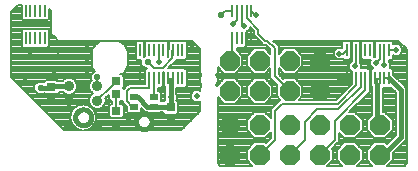
<source format=gbl>
G75*
%MOIN*%
%OFA0B0*%
%FSLAX25Y25*%
%IPPOS*%
%LPD*%
%AMOC8*
5,1,8,0,0,1.08239X$1,22.5*
%
%ADD10R,0.02854X0.02055*%
%ADD11C,0.00394*%
%ADD12C,0.00020*%
%ADD13R,0.00787X0.04488*%
%ADD14R,0.03000X0.02700*%
%ADD15C,0.02756*%
%ADD16C,0.03543*%
%ADD17OC8,0.06600*%
%ADD18C,0.00787*%
%ADD19C,0.01981*%
%ADD20C,0.01575*%
%ADD21C,0.02178*%
D10*
X0063215Y0038370D03*
X0069809Y0038370D03*
X0069809Y0041606D03*
X0063215Y0041606D03*
D11*
X0066512Y0036039D03*
X0064543Y0035252D03*
X0046276Y0037457D03*
D12*
X0046276Y0037454D02*
X0044262Y0037454D01*
X0044240Y0037435D02*
X0046276Y0037435D01*
X0048311Y0037435D01*
X0048333Y0037417D02*
X0046276Y0037417D01*
X0044218Y0037417D01*
X0044196Y0037399D02*
X0046276Y0037399D01*
X0048355Y0037399D01*
X0048377Y0037381D02*
X0046276Y0037381D01*
X0044174Y0037381D01*
X0044152Y0037363D02*
X0046276Y0037363D01*
X0048400Y0037363D01*
X0048422Y0037344D02*
X0046276Y0037344D01*
X0044129Y0037344D01*
X0044107Y0037326D02*
X0046276Y0037326D01*
X0048444Y0037326D01*
X0048466Y0037308D02*
X0046276Y0037308D01*
X0044085Y0037308D01*
X0044063Y0037290D02*
X0046276Y0037290D01*
X0048488Y0037290D01*
X0048510Y0037272D02*
X0046276Y0037272D01*
X0044041Y0037272D01*
X0044019Y0037253D02*
X0046276Y0037253D01*
X0048533Y0037253D01*
X0048555Y0037235D02*
X0046276Y0037235D01*
X0043996Y0037235D01*
X0043974Y0037217D02*
X0046276Y0037217D01*
X0048577Y0037217D01*
X0048599Y0037199D02*
X0046276Y0037199D01*
X0043952Y0037199D01*
X0043943Y0037191D02*
X0044443Y0037601D01*
X0045013Y0037906D01*
X0045632Y0038094D01*
X0046276Y0038157D01*
X0046276Y0036858D01*
X0045828Y0036811D01*
X0045402Y0036665D01*
X0045020Y0036428D01*
X0044700Y0036111D01*
X0044460Y0035730D01*
X0044310Y0035306D01*
X0044260Y0034858D01*
X0044310Y0034411D01*
X0044460Y0033986D01*
X0044700Y0033606D01*
X0045020Y0033289D01*
X0045402Y0033051D01*
X0045828Y0032905D01*
X0046276Y0032858D01*
X0046276Y0031559D01*
X0045632Y0031622D01*
X0045013Y0031810D01*
X0044443Y0032115D01*
X0043943Y0032525D01*
X0043532Y0033025D01*
X0043228Y0033596D01*
X0043227Y0033596D02*
X0044710Y0033596D01*
X0044695Y0033614D02*
X0043222Y0033614D01*
X0043228Y0033596D02*
X0043040Y0034215D01*
X0044379Y0034215D01*
X0044373Y0034233D02*
X0043038Y0034233D01*
X0043036Y0034251D02*
X0044367Y0034251D01*
X0044360Y0034269D02*
X0043034Y0034269D01*
X0043033Y0034287D02*
X0044354Y0034287D01*
X0044347Y0034306D02*
X0043031Y0034306D01*
X0043029Y0034324D02*
X0044341Y0034324D01*
X0044335Y0034342D02*
X0043027Y0034342D01*
X0043025Y0034360D02*
X0044328Y0034360D01*
X0044322Y0034378D02*
X0043024Y0034378D01*
X0043022Y0034397D02*
X0044315Y0034397D01*
X0044310Y0034415D02*
X0043020Y0034415D01*
X0043018Y0034433D02*
X0044308Y0034433D01*
X0044306Y0034451D02*
X0043016Y0034451D01*
X0043015Y0034469D02*
X0044304Y0034469D01*
X0044302Y0034488D02*
X0043013Y0034488D01*
X0043011Y0034506D02*
X0044300Y0034506D01*
X0044298Y0034524D02*
X0043009Y0034524D01*
X0043008Y0034542D02*
X0044295Y0034542D01*
X0044293Y0034560D02*
X0043006Y0034560D01*
X0043004Y0034579D02*
X0044291Y0034579D01*
X0044289Y0034597D02*
X0043002Y0034597D01*
X0043000Y0034615D02*
X0044287Y0034615D01*
X0044285Y0034633D02*
X0042999Y0034633D01*
X0042997Y0034651D02*
X0044283Y0034651D01*
X0044281Y0034670D02*
X0042995Y0034670D01*
X0042993Y0034688D02*
X0044279Y0034688D01*
X0044277Y0034706D02*
X0042991Y0034706D01*
X0042990Y0034724D02*
X0044275Y0034724D01*
X0044273Y0034742D02*
X0042988Y0034742D01*
X0042986Y0034761D02*
X0044271Y0034761D01*
X0044269Y0034779D02*
X0042984Y0034779D01*
X0042982Y0034797D02*
X0044267Y0034797D01*
X0044265Y0034815D02*
X0042981Y0034815D01*
X0042979Y0034833D02*
X0044262Y0034833D01*
X0044260Y0034852D02*
X0042977Y0034852D01*
X0042976Y0034858D02*
X0043040Y0035502D01*
X0043228Y0036121D01*
X0043532Y0036691D01*
X0043943Y0037191D01*
X0043934Y0037181D02*
X0046276Y0037181D01*
X0048617Y0037181D01*
X0048608Y0037191D02*
X0049019Y0036691D01*
X0049324Y0036121D01*
X0049511Y0035502D01*
X0049575Y0034858D01*
X0049511Y0034215D01*
X0048188Y0034215D01*
X0048194Y0034233D02*
X0049513Y0034233D01*
X0049515Y0034251D02*
X0048201Y0034251D01*
X0048207Y0034269D02*
X0049517Y0034269D01*
X0049519Y0034287D02*
X0048214Y0034287D01*
X0048220Y0034306D02*
X0049520Y0034306D01*
X0049522Y0034324D02*
X0048226Y0034324D01*
X0048233Y0034342D02*
X0049524Y0034342D01*
X0049526Y0034360D02*
X0048239Y0034360D01*
X0048246Y0034378D02*
X0049528Y0034378D01*
X0049529Y0034397D02*
X0048252Y0034397D01*
X0048256Y0034409D02*
X0048308Y0034858D01*
X0048256Y0035308D01*
X0048106Y0035734D01*
X0047863Y0036116D01*
X0047540Y0036433D01*
X0047155Y0036670D01*
X0046726Y0036814D01*
X0046276Y0036858D01*
X0046276Y0038157D01*
X0046919Y0038094D01*
X0047538Y0037906D01*
X0048109Y0037601D01*
X0048608Y0037191D01*
X0048632Y0037162D02*
X0046276Y0037162D01*
X0043919Y0037162D01*
X0043904Y0037144D02*
X0046276Y0037144D01*
X0048647Y0037144D01*
X0048662Y0037126D02*
X0046276Y0037126D01*
X0043889Y0037126D01*
X0043874Y0037108D02*
X0046276Y0037108D01*
X0048677Y0037108D01*
X0048692Y0037090D02*
X0046276Y0037090D01*
X0043859Y0037090D01*
X0043844Y0037072D02*
X0046276Y0037072D01*
X0048707Y0037072D01*
X0048722Y0037053D02*
X0046276Y0037053D01*
X0043830Y0037053D01*
X0043815Y0037035D02*
X0046276Y0037035D01*
X0048737Y0037035D01*
X0048751Y0037017D02*
X0046276Y0037017D01*
X0043800Y0037017D01*
X0043785Y0036999D02*
X0046276Y0036999D01*
X0048766Y0036999D01*
X0048781Y0036981D02*
X0046276Y0036981D01*
X0043770Y0036981D01*
X0043755Y0036962D02*
X0046276Y0036962D01*
X0048796Y0036962D01*
X0048811Y0036944D02*
X0046276Y0036944D01*
X0043740Y0036944D01*
X0043725Y0036926D02*
X0046276Y0036926D01*
X0048826Y0036926D01*
X0048841Y0036908D02*
X0046276Y0036908D01*
X0043710Y0036908D01*
X0043695Y0036890D02*
X0046276Y0036890D01*
X0048856Y0036890D01*
X0048871Y0036871D02*
X0046276Y0036871D01*
X0043680Y0036871D01*
X0043665Y0036853D02*
X0046227Y0036853D01*
X0046328Y0036853D02*
X0048886Y0036853D01*
X0048901Y0036835D02*
X0046514Y0036835D01*
X0046700Y0036817D02*
X0048916Y0036817D01*
X0048931Y0036799D02*
X0046773Y0036799D01*
X0046827Y0036780D02*
X0048946Y0036780D01*
X0048961Y0036762D02*
X0046881Y0036762D01*
X0046935Y0036744D02*
X0048975Y0036744D01*
X0048990Y0036726D02*
X0046989Y0036726D01*
X0047043Y0036708D02*
X0049005Y0036708D01*
X0049020Y0036689D02*
X0047098Y0036689D01*
X0047152Y0036671D02*
X0049029Y0036671D01*
X0049039Y0036653D02*
X0047183Y0036653D01*
X0047212Y0036635D02*
X0049049Y0036635D01*
X0049059Y0036617D02*
X0047242Y0036617D01*
X0047272Y0036598D02*
X0049068Y0036598D01*
X0049078Y0036580D02*
X0047301Y0036580D01*
X0047331Y0036562D02*
X0049088Y0036562D01*
X0049098Y0036544D02*
X0047360Y0036544D01*
X0047390Y0036526D02*
X0049107Y0036526D01*
X0049117Y0036507D02*
X0047420Y0036507D01*
X0047449Y0036489D02*
X0049127Y0036489D01*
X0049136Y0036471D02*
X0047479Y0036471D01*
X0047509Y0036453D02*
X0049146Y0036453D01*
X0049156Y0036435D02*
X0047538Y0036435D01*
X0047557Y0036416D02*
X0049166Y0036416D01*
X0049175Y0036398D02*
X0047576Y0036398D01*
X0047594Y0036380D02*
X0049185Y0036380D01*
X0049195Y0036362D02*
X0047613Y0036362D01*
X0047631Y0036344D02*
X0049205Y0036344D01*
X0049214Y0036325D02*
X0047650Y0036325D01*
X0047668Y0036307D02*
X0049224Y0036307D01*
X0049234Y0036289D02*
X0047687Y0036289D01*
X0047705Y0036271D02*
X0049243Y0036271D01*
X0049253Y0036253D02*
X0047724Y0036253D01*
X0047742Y0036234D02*
X0049263Y0036234D01*
X0049273Y0036216D02*
X0047761Y0036216D01*
X0047779Y0036198D02*
X0049282Y0036198D01*
X0049292Y0036180D02*
X0047798Y0036180D01*
X0047816Y0036162D02*
X0049302Y0036162D01*
X0049312Y0036143D02*
X0047835Y0036143D01*
X0047853Y0036125D02*
X0049321Y0036125D01*
X0049328Y0036107D02*
X0047868Y0036107D01*
X0047880Y0036089D02*
X0049333Y0036089D01*
X0049339Y0036071D02*
X0047892Y0036071D01*
X0047903Y0036053D02*
X0049344Y0036053D01*
X0049350Y0036034D02*
X0047915Y0036034D01*
X0047926Y0036016D02*
X0049355Y0036016D01*
X0049361Y0035998D02*
X0047938Y0035998D01*
X0047949Y0035980D02*
X0049366Y0035980D01*
X0049372Y0035962D02*
X0047961Y0035962D01*
X0047973Y0035943D02*
X0049377Y0035943D01*
X0049383Y0035925D02*
X0047984Y0035925D01*
X0047996Y0035907D02*
X0049389Y0035907D01*
X0049394Y0035889D02*
X0048007Y0035889D01*
X0048019Y0035871D02*
X0049400Y0035871D01*
X0049405Y0035852D02*
X0048030Y0035852D01*
X0048042Y0035834D02*
X0049411Y0035834D01*
X0049416Y0035816D02*
X0048054Y0035816D01*
X0048065Y0035798D02*
X0049422Y0035798D01*
X0049427Y0035780D02*
X0048077Y0035780D01*
X0048088Y0035761D02*
X0049433Y0035761D01*
X0049438Y0035743D02*
X0048100Y0035743D01*
X0048109Y0035725D02*
X0049444Y0035725D01*
X0049449Y0035707D02*
X0048115Y0035707D01*
X0048122Y0035689D02*
X0049455Y0035689D01*
X0049460Y0035670D02*
X0048128Y0035670D01*
X0048135Y0035652D02*
X0049466Y0035652D01*
X0049471Y0035634D02*
X0048141Y0035634D01*
X0048147Y0035616D02*
X0049477Y0035616D01*
X0049482Y0035598D02*
X0048154Y0035598D01*
X0048160Y0035579D02*
X0049488Y0035579D01*
X0049493Y0035561D02*
X0048167Y0035561D01*
X0048173Y0035543D02*
X0049499Y0035543D01*
X0049504Y0035525D02*
X0048180Y0035525D01*
X0048186Y0035507D02*
X0049510Y0035507D01*
X0049513Y0035488D02*
X0048193Y0035488D01*
X0048199Y0035470D02*
X0049515Y0035470D01*
X0049516Y0035452D02*
X0048205Y0035452D01*
X0048212Y0035434D02*
X0049518Y0035434D01*
X0049520Y0035416D02*
X0048218Y0035416D01*
X0048225Y0035397D02*
X0049522Y0035397D01*
X0049523Y0035379D02*
X0048231Y0035379D01*
X0048238Y0035361D02*
X0049525Y0035361D01*
X0049527Y0035343D02*
X0048244Y0035343D01*
X0048250Y0035325D02*
X0049529Y0035325D01*
X0049531Y0035306D02*
X0048257Y0035306D01*
X0048259Y0035288D02*
X0049532Y0035288D01*
X0049534Y0035270D02*
X0048261Y0035270D01*
X0048263Y0035252D02*
X0049536Y0035252D01*
X0049538Y0035234D02*
X0048265Y0035234D01*
X0048267Y0035215D02*
X0049540Y0035215D01*
X0049541Y0035197D02*
X0048269Y0035197D01*
X0048271Y0035179D02*
X0049543Y0035179D01*
X0049545Y0035161D02*
X0048273Y0035161D01*
X0048275Y0035143D02*
X0049547Y0035143D01*
X0049549Y0035124D02*
X0048277Y0035124D01*
X0048279Y0035106D02*
X0049550Y0035106D01*
X0049552Y0035088D02*
X0048281Y0035088D01*
X0048284Y0035070D02*
X0049554Y0035070D01*
X0049556Y0035052D02*
X0048286Y0035052D01*
X0048288Y0035034D02*
X0049558Y0035034D01*
X0049559Y0035015D02*
X0048290Y0035015D01*
X0048292Y0034997D02*
X0049561Y0034997D01*
X0049563Y0034979D02*
X0048294Y0034979D01*
X0048296Y0034961D02*
X0049565Y0034961D01*
X0049566Y0034943D02*
X0048298Y0034943D01*
X0048300Y0034924D02*
X0049568Y0034924D01*
X0049570Y0034906D02*
X0048302Y0034906D01*
X0048304Y0034888D02*
X0049572Y0034888D01*
X0049574Y0034870D02*
X0048306Y0034870D01*
X0048307Y0034852D02*
X0049574Y0034852D01*
X0049572Y0034833D02*
X0048305Y0034833D01*
X0048303Y0034815D02*
X0049571Y0034815D01*
X0049569Y0034797D02*
X0048301Y0034797D01*
X0048299Y0034779D02*
X0049567Y0034779D01*
X0049565Y0034761D02*
X0048296Y0034761D01*
X0048294Y0034742D02*
X0049563Y0034742D01*
X0049562Y0034724D02*
X0048292Y0034724D01*
X0048290Y0034706D02*
X0049560Y0034706D01*
X0049558Y0034688D02*
X0048288Y0034688D01*
X0048286Y0034670D02*
X0049556Y0034670D01*
X0049554Y0034651D02*
X0048284Y0034651D01*
X0048282Y0034633D02*
X0049553Y0034633D01*
X0049551Y0034615D02*
X0048280Y0034615D01*
X0048278Y0034597D02*
X0049549Y0034597D01*
X0049547Y0034579D02*
X0048276Y0034579D01*
X0048274Y0034560D02*
X0049545Y0034560D01*
X0049544Y0034542D02*
X0048272Y0034542D01*
X0048270Y0034524D02*
X0049542Y0034524D01*
X0049540Y0034506D02*
X0048267Y0034506D01*
X0048265Y0034488D02*
X0049538Y0034488D01*
X0049537Y0034469D02*
X0048263Y0034469D01*
X0048261Y0034451D02*
X0049535Y0034451D01*
X0049533Y0034433D02*
X0048259Y0034433D01*
X0048257Y0034415D02*
X0049531Y0034415D01*
X0049511Y0034215D02*
X0049324Y0033596D01*
X0047858Y0033596D01*
X0047863Y0033601D02*
X0048106Y0033982D01*
X0048256Y0034409D01*
X0048181Y0034196D02*
X0049506Y0034196D01*
X0049500Y0034178D02*
X0048175Y0034178D01*
X0048168Y0034160D02*
X0049495Y0034160D01*
X0049489Y0034142D02*
X0048162Y0034142D01*
X0048156Y0034124D02*
X0049484Y0034124D01*
X0049478Y0034105D02*
X0048149Y0034105D01*
X0048143Y0034087D02*
X0049473Y0034087D01*
X0049467Y0034069D02*
X0048136Y0034069D01*
X0048130Y0034051D02*
X0049462Y0034051D01*
X0049456Y0034033D02*
X0048123Y0034033D01*
X0048117Y0034015D02*
X0049451Y0034015D01*
X0049445Y0033996D02*
X0048111Y0033996D01*
X0048103Y0033978D02*
X0049440Y0033978D01*
X0049434Y0033960D02*
X0048091Y0033960D01*
X0048080Y0033942D02*
X0049429Y0033942D01*
X0049423Y0033924D02*
X0048068Y0033924D01*
X0048057Y0033905D02*
X0049418Y0033905D01*
X0049412Y0033887D02*
X0048045Y0033887D01*
X0048033Y0033869D02*
X0049407Y0033869D01*
X0049401Y0033851D02*
X0048022Y0033851D01*
X0048010Y0033833D02*
X0049396Y0033833D01*
X0049390Y0033814D02*
X0047999Y0033814D01*
X0047987Y0033796D02*
X0049384Y0033796D01*
X0049379Y0033778D02*
X0047976Y0033778D01*
X0047964Y0033760D02*
X0049373Y0033760D01*
X0049368Y0033742D02*
X0047952Y0033742D01*
X0047941Y0033723D02*
X0049362Y0033723D01*
X0049357Y0033705D02*
X0047929Y0033705D01*
X0047918Y0033687D02*
X0049351Y0033687D01*
X0049346Y0033669D02*
X0047906Y0033669D01*
X0047895Y0033651D02*
X0049340Y0033651D01*
X0049335Y0033632D02*
X0047883Y0033632D01*
X0047871Y0033614D02*
X0049329Y0033614D01*
X0049324Y0033596D02*
X0049019Y0033025D01*
X0048608Y0032525D01*
X0048109Y0032115D01*
X0047538Y0031810D01*
X0046919Y0031622D01*
X0046276Y0031559D01*
X0046276Y0032858D01*
X0046726Y0032902D01*
X0047155Y0033046D01*
X0047540Y0033283D01*
X0047863Y0033601D01*
X0047840Y0033578D02*
X0049314Y0033578D01*
X0049304Y0033560D02*
X0047821Y0033560D01*
X0047803Y0033541D02*
X0049295Y0033541D01*
X0049285Y0033523D02*
X0047784Y0033523D01*
X0047766Y0033505D02*
X0049275Y0033505D01*
X0049265Y0033487D02*
X0047747Y0033487D01*
X0047729Y0033469D02*
X0049256Y0033469D01*
X0049246Y0033450D02*
X0047710Y0033450D01*
X0047692Y0033432D02*
X0049236Y0033432D01*
X0049227Y0033414D02*
X0047673Y0033414D01*
X0047655Y0033396D02*
X0049217Y0033396D01*
X0049207Y0033378D02*
X0047636Y0033378D01*
X0047618Y0033359D02*
X0049197Y0033359D01*
X0049188Y0033341D02*
X0047599Y0033341D01*
X0047581Y0033323D02*
X0049178Y0033323D01*
X0049168Y0033305D02*
X0047562Y0033305D01*
X0047544Y0033287D02*
X0049158Y0033287D01*
X0049149Y0033268D02*
X0047516Y0033268D01*
X0047487Y0033250D02*
X0049139Y0033250D01*
X0049129Y0033232D02*
X0047457Y0033232D01*
X0047427Y0033214D02*
X0049120Y0033214D01*
X0049110Y0033196D02*
X0047398Y0033196D01*
X0047368Y0033177D02*
X0049100Y0033177D01*
X0049090Y0033159D02*
X0047339Y0033159D01*
X0047309Y0033141D02*
X0049081Y0033141D01*
X0049071Y0033123D02*
X0047279Y0033123D01*
X0047250Y0033105D02*
X0049061Y0033105D01*
X0049052Y0033087D02*
X0047220Y0033087D01*
X0047190Y0033068D02*
X0049042Y0033068D01*
X0049032Y0033050D02*
X0047161Y0033050D01*
X0047112Y0033032D02*
X0049022Y0033032D01*
X0049009Y0033014D02*
X0047058Y0033014D01*
X0047003Y0032996D02*
X0048994Y0032996D01*
X0048979Y0032977D02*
X0046949Y0032977D01*
X0046895Y0032959D02*
X0048964Y0032959D01*
X0048950Y0032941D02*
X0046841Y0032941D01*
X0046787Y0032923D02*
X0048935Y0032923D01*
X0048920Y0032905D02*
X0046733Y0032905D01*
X0046563Y0032886D02*
X0048905Y0032886D01*
X0048890Y0032868D02*
X0046377Y0032868D01*
X0046276Y0032850D02*
X0043676Y0032850D01*
X0043661Y0032868D02*
X0046182Y0032868D01*
X0046276Y0032850D02*
X0048875Y0032850D01*
X0048860Y0032832D02*
X0046276Y0032832D01*
X0043691Y0032832D01*
X0043706Y0032814D02*
X0046276Y0032814D01*
X0048845Y0032814D01*
X0048830Y0032795D02*
X0046276Y0032795D01*
X0043721Y0032795D01*
X0043736Y0032777D02*
X0046276Y0032777D01*
X0048815Y0032777D01*
X0048800Y0032759D02*
X0046276Y0032759D01*
X0043751Y0032759D01*
X0043766Y0032741D02*
X0046276Y0032741D01*
X0048785Y0032741D01*
X0048770Y0032723D02*
X0046276Y0032723D01*
X0043781Y0032723D01*
X0043796Y0032704D02*
X0046276Y0032704D01*
X0048755Y0032704D01*
X0048740Y0032686D02*
X0046276Y0032686D01*
X0043811Y0032686D01*
X0043826Y0032668D02*
X0046276Y0032668D01*
X0048726Y0032668D01*
X0048711Y0032650D02*
X0046276Y0032650D01*
X0043841Y0032650D01*
X0043856Y0032632D02*
X0046276Y0032632D01*
X0048696Y0032632D01*
X0048681Y0032613D02*
X0046276Y0032613D01*
X0043870Y0032613D01*
X0043885Y0032595D02*
X0046276Y0032595D01*
X0048666Y0032595D01*
X0048651Y0032577D02*
X0046276Y0032577D01*
X0043900Y0032577D01*
X0043915Y0032559D02*
X0046276Y0032559D01*
X0048636Y0032559D01*
X0048621Y0032541D02*
X0046276Y0032541D01*
X0043930Y0032541D01*
X0043946Y0032522D02*
X0046276Y0032522D01*
X0048605Y0032522D01*
X0048583Y0032504D02*
X0046276Y0032504D01*
X0043968Y0032504D01*
X0043991Y0032486D02*
X0046276Y0032486D01*
X0048561Y0032486D01*
X0048538Y0032468D02*
X0046276Y0032468D01*
X0044013Y0032468D01*
X0044035Y0032450D02*
X0046276Y0032450D01*
X0048516Y0032450D01*
X0048494Y0032431D02*
X0046276Y0032431D01*
X0044057Y0032431D01*
X0044079Y0032413D02*
X0046276Y0032413D01*
X0048472Y0032413D01*
X0048450Y0032395D02*
X0046276Y0032395D01*
X0044102Y0032395D01*
X0044124Y0032377D02*
X0046276Y0032377D01*
X0048428Y0032377D01*
X0048405Y0032359D02*
X0046276Y0032359D01*
X0044146Y0032359D01*
X0044168Y0032340D02*
X0046276Y0032340D01*
X0048383Y0032340D01*
X0048361Y0032322D02*
X0046276Y0032322D01*
X0044190Y0032322D01*
X0044212Y0032304D02*
X0046276Y0032304D01*
X0048339Y0032304D01*
X0048317Y0032286D02*
X0046276Y0032286D01*
X0044235Y0032286D01*
X0044257Y0032268D02*
X0046276Y0032268D01*
X0048294Y0032268D01*
X0048272Y0032249D02*
X0046276Y0032249D01*
X0044279Y0032249D01*
X0044301Y0032231D02*
X0046276Y0032231D01*
X0048250Y0032231D01*
X0048228Y0032213D02*
X0046276Y0032213D01*
X0044323Y0032213D01*
X0044345Y0032195D02*
X0046276Y0032195D01*
X0048206Y0032195D01*
X0048184Y0032177D02*
X0046276Y0032177D01*
X0044368Y0032177D01*
X0044390Y0032158D02*
X0046276Y0032158D01*
X0048161Y0032158D01*
X0048139Y0032140D02*
X0046276Y0032140D01*
X0044412Y0032140D01*
X0044434Y0032122D02*
X0046276Y0032122D01*
X0048117Y0032122D01*
X0048088Y0032104D02*
X0046276Y0032104D01*
X0044464Y0032104D01*
X0044498Y0032086D02*
X0046276Y0032086D01*
X0048054Y0032086D01*
X0048020Y0032068D02*
X0046276Y0032068D01*
X0044532Y0032068D01*
X0044566Y0032049D02*
X0046276Y0032049D01*
X0047986Y0032049D01*
X0047951Y0032031D02*
X0046276Y0032031D01*
X0044600Y0032031D01*
X0044634Y0032013D02*
X0046276Y0032013D01*
X0047917Y0032013D01*
X0047883Y0031995D02*
X0046276Y0031995D01*
X0044668Y0031995D01*
X0044702Y0031977D02*
X0046276Y0031977D01*
X0047849Y0031977D01*
X0047815Y0031958D02*
X0046276Y0031958D01*
X0044736Y0031958D01*
X0044770Y0031940D02*
X0046276Y0031940D01*
X0047781Y0031940D01*
X0047747Y0031922D02*
X0046276Y0031922D01*
X0044804Y0031922D01*
X0044838Y0031904D02*
X0046276Y0031904D01*
X0047713Y0031904D01*
X0047679Y0031886D02*
X0046276Y0031886D01*
X0044872Y0031886D01*
X0044906Y0031867D02*
X0046276Y0031867D01*
X0047645Y0031867D01*
X0047611Y0031849D02*
X0046276Y0031849D01*
X0044940Y0031849D01*
X0044974Y0031831D02*
X0046276Y0031831D01*
X0047577Y0031831D01*
X0047543Y0031813D02*
X0046276Y0031813D01*
X0045008Y0031813D01*
X0045065Y0031795D02*
X0046276Y0031795D01*
X0047487Y0031795D01*
X0047427Y0031776D02*
X0046276Y0031776D01*
X0045125Y0031776D01*
X0045185Y0031758D02*
X0046276Y0031758D01*
X0047367Y0031758D01*
X0047307Y0031740D02*
X0046276Y0031740D01*
X0045245Y0031740D01*
X0045305Y0031722D02*
X0046276Y0031722D01*
X0047247Y0031722D01*
X0047187Y0031704D02*
X0046276Y0031704D01*
X0045365Y0031704D01*
X0045424Y0031685D02*
X0046276Y0031685D01*
X0047127Y0031685D01*
X0047067Y0031667D02*
X0046276Y0031667D01*
X0045484Y0031667D01*
X0045544Y0031649D02*
X0046276Y0031649D01*
X0047007Y0031649D01*
X0046947Y0031631D02*
X0046276Y0031631D01*
X0045604Y0031631D01*
X0045732Y0031613D02*
X0046276Y0031613D01*
X0046819Y0031613D01*
X0046634Y0031594D02*
X0046276Y0031594D01*
X0045917Y0031594D01*
X0046101Y0031576D02*
X0046276Y0031576D01*
X0046450Y0031576D01*
X0046009Y0032886D02*
X0043646Y0032886D01*
X0043632Y0032905D02*
X0045836Y0032905D01*
X0045777Y0032923D02*
X0043617Y0032923D01*
X0043602Y0032941D02*
X0045724Y0032941D01*
X0045671Y0032959D02*
X0043587Y0032959D01*
X0043572Y0032977D02*
X0045618Y0032977D01*
X0045565Y0032996D02*
X0043557Y0032996D01*
X0043542Y0033014D02*
X0045512Y0033014D01*
X0045459Y0033032D02*
X0043529Y0033032D01*
X0043519Y0033050D02*
X0045406Y0033050D01*
X0045375Y0033068D02*
X0043509Y0033068D01*
X0043500Y0033087D02*
X0045346Y0033087D01*
X0045316Y0033105D02*
X0043490Y0033105D01*
X0043480Y0033123D02*
X0045287Y0033123D01*
X0045258Y0033141D02*
X0043471Y0033141D01*
X0043461Y0033159D02*
X0045228Y0033159D01*
X0045199Y0033177D02*
X0043451Y0033177D01*
X0043441Y0033196D02*
X0045170Y0033196D01*
X0045141Y0033214D02*
X0043432Y0033214D01*
X0043422Y0033232D02*
X0045111Y0033232D01*
X0045082Y0033250D02*
X0043412Y0033250D01*
X0043402Y0033268D02*
X0045053Y0033268D01*
X0045023Y0033287D02*
X0043393Y0033287D01*
X0043383Y0033305D02*
X0045004Y0033305D01*
X0044985Y0033323D02*
X0043373Y0033323D01*
X0043364Y0033341D02*
X0044967Y0033341D01*
X0044949Y0033359D02*
X0043354Y0033359D01*
X0043344Y0033378D02*
X0044930Y0033378D01*
X0044912Y0033396D02*
X0043334Y0033396D01*
X0043325Y0033414D02*
X0044894Y0033414D01*
X0044875Y0033432D02*
X0043315Y0033432D01*
X0043305Y0033450D02*
X0044857Y0033450D01*
X0044839Y0033469D02*
X0043295Y0033469D01*
X0043286Y0033487D02*
X0044820Y0033487D01*
X0044802Y0033505D02*
X0043276Y0033505D01*
X0043266Y0033523D02*
X0044784Y0033523D01*
X0044765Y0033541D02*
X0043257Y0033541D01*
X0043247Y0033560D02*
X0044747Y0033560D01*
X0044729Y0033578D02*
X0043237Y0033578D01*
X0043216Y0033632D02*
X0044684Y0033632D01*
X0044672Y0033651D02*
X0043211Y0033651D01*
X0043205Y0033669D02*
X0044661Y0033669D01*
X0044649Y0033687D02*
X0043200Y0033687D01*
X0043194Y0033705D02*
X0044637Y0033705D01*
X0044626Y0033723D02*
X0043189Y0033723D01*
X0043183Y0033742D02*
X0044614Y0033742D01*
X0044603Y0033760D02*
X0043178Y0033760D01*
X0043172Y0033778D02*
X0044591Y0033778D01*
X0044580Y0033796D02*
X0043167Y0033796D01*
X0043161Y0033814D02*
X0044568Y0033814D01*
X0044557Y0033833D02*
X0043156Y0033833D01*
X0043150Y0033851D02*
X0044545Y0033851D01*
X0044534Y0033869D02*
X0043145Y0033869D01*
X0043139Y0033887D02*
X0044522Y0033887D01*
X0044511Y0033905D02*
X0043134Y0033905D01*
X0043128Y0033924D02*
X0044499Y0033924D01*
X0044488Y0033942D02*
X0043123Y0033942D01*
X0043117Y0033960D02*
X0044476Y0033960D01*
X0044465Y0033978D02*
X0043112Y0033978D01*
X0043106Y0033996D02*
X0044456Y0033996D01*
X0044450Y0034015D02*
X0043100Y0034015D01*
X0043095Y0034033D02*
X0044443Y0034033D01*
X0044437Y0034051D02*
X0043089Y0034051D01*
X0043084Y0034069D02*
X0044431Y0034069D01*
X0044424Y0034087D02*
X0043078Y0034087D01*
X0043073Y0034105D02*
X0044418Y0034105D01*
X0044411Y0034124D02*
X0043067Y0034124D01*
X0043062Y0034142D02*
X0044405Y0034142D01*
X0044399Y0034160D02*
X0043056Y0034160D01*
X0043051Y0034178D02*
X0044392Y0034178D01*
X0044386Y0034196D02*
X0043045Y0034196D01*
X0043040Y0034215D02*
X0042976Y0034858D01*
X0042977Y0034870D02*
X0044261Y0034870D01*
X0044263Y0034888D02*
X0042979Y0034888D01*
X0042981Y0034906D02*
X0044265Y0034906D01*
X0044267Y0034924D02*
X0042983Y0034924D01*
X0042985Y0034943D02*
X0044269Y0034943D01*
X0044271Y0034961D02*
X0042986Y0034961D01*
X0042988Y0034979D02*
X0044273Y0034979D01*
X0044275Y0034997D02*
X0042990Y0034997D01*
X0042992Y0035015D02*
X0044277Y0035015D01*
X0044280Y0035034D02*
X0042994Y0035034D01*
X0042995Y0035052D02*
X0044282Y0035052D01*
X0044284Y0035070D02*
X0042997Y0035070D01*
X0042999Y0035088D02*
X0044286Y0035088D01*
X0044288Y0035106D02*
X0043001Y0035106D01*
X0043003Y0035124D02*
X0044290Y0035124D01*
X0044292Y0035143D02*
X0043004Y0035143D01*
X0043006Y0035161D02*
X0044294Y0035161D01*
X0044296Y0035179D02*
X0043008Y0035179D01*
X0043010Y0035197D02*
X0044298Y0035197D01*
X0044300Y0035215D02*
X0043012Y0035215D01*
X0043013Y0035234D02*
X0044302Y0035234D01*
X0044304Y0035252D02*
X0043015Y0035252D01*
X0043017Y0035270D02*
X0044306Y0035270D01*
X0044308Y0035288D02*
X0043019Y0035288D01*
X0043021Y0035306D02*
X0044311Y0035306D01*
X0044317Y0035325D02*
X0043022Y0035325D01*
X0043024Y0035343D02*
X0044323Y0035343D01*
X0044330Y0035361D02*
X0043026Y0035361D01*
X0043028Y0035379D02*
X0044336Y0035379D01*
X0044343Y0035397D02*
X0043029Y0035397D01*
X0043031Y0035416D02*
X0044349Y0035416D01*
X0044355Y0035434D02*
X0043033Y0035434D01*
X0043035Y0035452D02*
X0044362Y0035452D01*
X0044368Y0035470D02*
X0043037Y0035470D01*
X0043038Y0035488D02*
X0044375Y0035488D01*
X0044381Y0035507D02*
X0043041Y0035507D01*
X0043047Y0035525D02*
X0044387Y0035525D01*
X0044394Y0035543D02*
X0043052Y0035543D01*
X0043058Y0035561D02*
X0044400Y0035561D01*
X0044407Y0035579D02*
X0043063Y0035579D01*
X0043069Y0035598D02*
X0044413Y0035598D01*
X0044419Y0035616D02*
X0043074Y0035616D01*
X0043080Y0035634D02*
X0044426Y0035634D01*
X0044432Y0035652D02*
X0043085Y0035652D01*
X0043091Y0035670D02*
X0044439Y0035670D01*
X0044445Y0035689D02*
X0043096Y0035689D01*
X0043102Y0035707D02*
X0044451Y0035707D01*
X0044458Y0035725D02*
X0043107Y0035725D01*
X0043113Y0035743D02*
X0044468Y0035743D01*
X0044479Y0035761D02*
X0043118Y0035761D01*
X0043124Y0035780D02*
X0044491Y0035780D01*
X0044502Y0035798D02*
X0043130Y0035798D01*
X0043135Y0035816D02*
X0044514Y0035816D01*
X0044525Y0035834D02*
X0043141Y0035834D01*
X0043146Y0035852D02*
X0044537Y0035852D01*
X0044548Y0035871D02*
X0043152Y0035871D01*
X0043157Y0035889D02*
X0044560Y0035889D01*
X0044571Y0035907D02*
X0043163Y0035907D01*
X0043168Y0035925D02*
X0044583Y0035925D01*
X0044595Y0035943D02*
X0043174Y0035943D01*
X0043179Y0035962D02*
X0044606Y0035962D01*
X0044618Y0035980D02*
X0043185Y0035980D01*
X0043190Y0035998D02*
X0044629Y0035998D01*
X0044641Y0036016D02*
X0043196Y0036016D01*
X0043201Y0036034D02*
X0044652Y0036034D01*
X0044664Y0036053D02*
X0043207Y0036053D01*
X0043212Y0036071D02*
X0044675Y0036071D01*
X0044687Y0036089D02*
X0043218Y0036089D01*
X0043223Y0036107D02*
X0044698Y0036107D01*
X0044715Y0036125D02*
X0043230Y0036125D01*
X0043240Y0036143D02*
X0044733Y0036143D01*
X0044752Y0036162D02*
X0043249Y0036162D01*
X0043259Y0036180D02*
X0044770Y0036180D01*
X0044788Y0036198D02*
X0043269Y0036198D01*
X0043279Y0036216D02*
X0044807Y0036216D01*
X0044825Y0036234D02*
X0043288Y0036234D01*
X0043298Y0036253D02*
X0044843Y0036253D01*
X0044862Y0036271D02*
X0043308Y0036271D01*
X0043317Y0036289D02*
X0044880Y0036289D01*
X0044898Y0036307D02*
X0043327Y0036307D01*
X0043337Y0036325D02*
X0044917Y0036325D01*
X0044935Y0036344D02*
X0043347Y0036344D01*
X0043356Y0036362D02*
X0044954Y0036362D01*
X0044972Y0036380D02*
X0043366Y0036380D01*
X0043376Y0036398D02*
X0044990Y0036398D01*
X0045009Y0036416D02*
X0043386Y0036416D01*
X0043395Y0036435D02*
X0045031Y0036435D01*
X0045060Y0036453D02*
X0043405Y0036453D01*
X0043415Y0036471D02*
X0045090Y0036471D01*
X0045119Y0036489D02*
X0043424Y0036489D01*
X0043434Y0036507D02*
X0045148Y0036507D01*
X0045178Y0036526D02*
X0043444Y0036526D01*
X0043454Y0036544D02*
X0045207Y0036544D01*
X0045236Y0036562D02*
X0043463Y0036562D01*
X0043473Y0036580D02*
X0045265Y0036580D01*
X0045295Y0036598D02*
X0043483Y0036598D01*
X0043493Y0036617D02*
X0045324Y0036617D01*
X0045353Y0036635D02*
X0043502Y0036635D01*
X0043512Y0036653D02*
X0045383Y0036653D01*
X0045420Y0036671D02*
X0043522Y0036671D01*
X0043531Y0036689D02*
X0045473Y0036689D01*
X0045526Y0036708D02*
X0043546Y0036708D01*
X0043561Y0036726D02*
X0045579Y0036726D01*
X0045632Y0036744D02*
X0043576Y0036744D01*
X0043591Y0036762D02*
X0045685Y0036762D01*
X0045738Y0036780D02*
X0043606Y0036780D01*
X0043620Y0036799D02*
X0045791Y0036799D01*
X0045881Y0036817D02*
X0043635Y0036817D01*
X0043650Y0036835D02*
X0046054Y0036835D01*
X0046276Y0037454D02*
X0048289Y0037454D01*
X0048266Y0037472D02*
X0046276Y0037472D01*
X0044285Y0037472D01*
X0044307Y0037490D02*
X0046276Y0037490D01*
X0048244Y0037490D01*
X0048222Y0037508D02*
X0046276Y0037508D01*
X0044329Y0037508D01*
X0044351Y0037526D02*
X0046276Y0037526D01*
X0048200Y0037526D01*
X0048178Y0037545D02*
X0046276Y0037545D01*
X0044373Y0037545D01*
X0044396Y0037563D02*
X0046276Y0037563D01*
X0048156Y0037563D01*
X0048133Y0037581D02*
X0046276Y0037581D01*
X0044418Y0037581D01*
X0044440Y0037599D02*
X0046276Y0037599D01*
X0048111Y0037599D01*
X0048079Y0037617D02*
X0046276Y0037617D01*
X0044472Y0037617D01*
X0044506Y0037636D02*
X0046276Y0037636D01*
X0048045Y0037636D01*
X0048011Y0037654D02*
X0046276Y0037654D01*
X0044541Y0037654D01*
X0044575Y0037672D02*
X0046276Y0037672D01*
X0047977Y0037672D01*
X0047943Y0037690D02*
X0046276Y0037690D01*
X0044609Y0037690D01*
X0044643Y0037708D02*
X0046276Y0037708D01*
X0047909Y0037708D01*
X0047874Y0037727D02*
X0046276Y0037727D01*
X0044677Y0037727D01*
X0044711Y0037745D02*
X0046276Y0037745D01*
X0047840Y0037745D01*
X0047806Y0037763D02*
X0046276Y0037763D01*
X0044745Y0037763D01*
X0044779Y0037781D02*
X0046276Y0037781D01*
X0047772Y0037781D01*
X0047738Y0037799D02*
X0046276Y0037799D01*
X0044813Y0037799D01*
X0044847Y0037818D02*
X0046276Y0037818D01*
X0047704Y0037818D01*
X0047670Y0037836D02*
X0046276Y0037836D01*
X0044881Y0037836D01*
X0044915Y0037854D02*
X0046276Y0037854D01*
X0047636Y0037854D01*
X0047602Y0037872D02*
X0046276Y0037872D01*
X0044949Y0037872D01*
X0044983Y0037890D02*
X0046276Y0037890D01*
X0047568Y0037890D01*
X0047531Y0037909D02*
X0046276Y0037909D01*
X0045020Y0037909D01*
X0045080Y0037927D02*
X0046276Y0037927D01*
X0047471Y0037927D01*
X0047411Y0037945D02*
X0046276Y0037945D01*
X0045140Y0037945D01*
X0045200Y0037963D02*
X0046276Y0037963D01*
X0047351Y0037963D01*
X0047291Y0037981D02*
X0046276Y0037981D01*
X0045260Y0037981D01*
X0045320Y0038000D02*
X0046276Y0038000D01*
X0047231Y0038000D01*
X0047171Y0038018D02*
X0046276Y0038018D01*
X0045380Y0038018D01*
X0045440Y0038036D02*
X0046276Y0038036D01*
X0047111Y0038036D01*
X0047051Y0038054D02*
X0046276Y0038054D01*
X0045500Y0038054D01*
X0045560Y0038072D02*
X0046276Y0038072D01*
X0046991Y0038072D01*
X0046931Y0038091D02*
X0046276Y0038091D01*
X0045620Y0038091D01*
X0045780Y0038109D02*
X0046276Y0038109D01*
X0046771Y0038109D01*
X0046586Y0038127D02*
X0046276Y0038127D01*
X0045965Y0038127D01*
X0046150Y0038145D02*
X0046276Y0038145D01*
X0046401Y0038145D01*
X0063374Y0034065D02*
X0063313Y0033441D01*
X0063374Y0032817D01*
X0063556Y0032217D01*
X0063852Y0031664D01*
X0064250Y0031179D01*
X0064735Y0030781D01*
X0065288Y0030486D01*
X0065888Y0030304D01*
X0066512Y0030242D01*
X0066512Y0031472D01*
X0066074Y0031522D01*
X0063969Y0031522D01*
X0063954Y0031540D02*
X0066022Y0031540D01*
X0066074Y0031522D02*
X0065657Y0031667D01*
X0063850Y0031667D01*
X0063841Y0031685D02*
X0065629Y0031685D01*
X0065657Y0031667D02*
X0065284Y0031902D01*
X0064972Y0032213D01*
X0064738Y0032587D01*
X0064592Y0033003D01*
X0064543Y0033441D01*
X0064592Y0033879D01*
X0064738Y0034295D01*
X0064972Y0034668D01*
X0065284Y0034980D01*
X0065657Y0035215D01*
X0066074Y0035360D01*
X0066512Y0035409D01*
X0066512Y0036640D01*
X0065888Y0036578D01*
X0065288Y0036396D01*
X0064735Y0036101D01*
X0064250Y0035703D01*
X0063852Y0035218D01*
X0063556Y0034665D01*
X0063374Y0034065D01*
X0063376Y0034069D02*
X0064659Y0034069D01*
X0064665Y0034087D02*
X0063381Y0034087D01*
X0063387Y0034105D02*
X0064671Y0034105D01*
X0064678Y0034124D02*
X0063392Y0034124D01*
X0063398Y0034142D02*
X0064684Y0034142D01*
X0064690Y0034160D02*
X0063403Y0034160D01*
X0063409Y0034178D02*
X0064697Y0034178D01*
X0064703Y0034196D02*
X0063414Y0034196D01*
X0063420Y0034215D02*
X0064710Y0034215D01*
X0064716Y0034233D02*
X0063425Y0034233D01*
X0063431Y0034251D02*
X0064722Y0034251D01*
X0064729Y0034269D02*
X0063436Y0034269D01*
X0063442Y0034287D02*
X0064735Y0034287D01*
X0064744Y0034306D02*
X0063447Y0034306D01*
X0063453Y0034324D02*
X0064756Y0034324D01*
X0064767Y0034342D02*
X0063458Y0034342D01*
X0063464Y0034360D02*
X0064779Y0034360D01*
X0064790Y0034378D02*
X0063470Y0034378D01*
X0063475Y0034397D02*
X0064801Y0034397D01*
X0064813Y0034415D02*
X0063481Y0034415D01*
X0063486Y0034433D02*
X0064824Y0034433D01*
X0064836Y0034451D02*
X0063492Y0034451D01*
X0063497Y0034469D02*
X0064847Y0034469D01*
X0064859Y0034488D02*
X0063503Y0034488D01*
X0063508Y0034506D02*
X0064870Y0034506D01*
X0064882Y0034524D02*
X0063514Y0034524D01*
X0063519Y0034542D02*
X0064893Y0034542D01*
X0064904Y0034560D02*
X0063525Y0034560D01*
X0063530Y0034579D02*
X0064916Y0034579D01*
X0064927Y0034597D02*
X0063536Y0034597D01*
X0063541Y0034615D02*
X0064939Y0034615D01*
X0064950Y0034633D02*
X0063547Y0034633D01*
X0063552Y0034651D02*
X0064962Y0034651D01*
X0064973Y0034670D02*
X0063559Y0034670D01*
X0063569Y0034688D02*
X0064992Y0034688D01*
X0065010Y0034706D02*
X0063578Y0034706D01*
X0063588Y0034724D02*
X0065028Y0034724D01*
X0065046Y0034742D02*
X0063598Y0034742D01*
X0063608Y0034761D02*
X0065064Y0034761D01*
X0065083Y0034779D02*
X0063617Y0034779D01*
X0063627Y0034797D02*
X0065101Y0034797D01*
X0065119Y0034815D02*
X0063637Y0034815D01*
X0063646Y0034833D02*
X0065137Y0034833D01*
X0065155Y0034852D02*
X0063656Y0034852D01*
X0063666Y0034870D02*
X0065174Y0034870D01*
X0065192Y0034888D02*
X0063676Y0034888D01*
X0063685Y0034906D02*
X0065210Y0034906D01*
X0065228Y0034924D02*
X0063695Y0034924D01*
X0063705Y0034943D02*
X0065246Y0034943D01*
X0065265Y0034961D02*
X0063715Y0034961D01*
X0063724Y0034979D02*
X0065283Y0034979D01*
X0065311Y0034997D02*
X0063734Y0034997D01*
X0063744Y0035015D02*
X0065340Y0035015D01*
X0065369Y0035034D02*
X0063753Y0035034D01*
X0063763Y0035052D02*
X0065398Y0035052D01*
X0065427Y0035070D02*
X0063773Y0035070D01*
X0063783Y0035088D02*
X0065456Y0035088D01*
X0065485Y0035106D02*
X0063792Y0035106D01*
X0063802Y0035124D02*
X0065514Y0035124D01*
X0065543Y0035143D02*
X0063812Y0035143D01*
X0063821Y0035161D02*
X0065572Y0035161D01*
X0065601Y0035179D02*
X0063831Y0035179D01*
X0063841Y0035197D02*
X0065630Y0035197D01*
X0065660Y0035215D02*
X0063851Y0035215D01*
X0063865Y0035234D02*
X0065712Y0035234D01*
X0065764Y0035252D02*
X0063880Y0035252D01*
X0063895Y0035270D02*
X0065816Y0035270D01*
X0065868Y0035288D02*
X0063910Y0035288D01*
X0063925Y0035306D02*
X0065920Y0035306D01*
X0065972Y0035325D02*
X0063940Y0035325D01*
X0063954Y0035343D02*
X0066024Y0035343D01*
X0066081Y0035361D02*
X0063969Y0035361D01*
X0063984Y0035379D02*
X0066243Y0035379D01*
X0066405Y0035397D02*
X0063999Y0035397D01*
X0064014Y0035416D02*
X0066512Y0035416D01*
X0069009Y0035416D01*
X0068994Y0035434D02*
X0066512Y0035434D01*
X0064029Y0035434D01*
X0064044Y0035452D02*
X0066512Y0035452D01*
X0068980Y0035452D01*
X0068965Y0035470D02*
X0066512Y0035470D01*
X0064059Y0035470D01*
X0064074Y0035488D02*
X0066512Y0035488D01*
X0068950Y0035488D01*
X0068935Y0035507D02*
X0066512Y0035507D01*
X0064089Y0035507D01*
X0064104Y0035525D02*
X0066512Y0035525D01*
X0068920Y0035525D01*
X0068905Y0035543D02*
X0066512Y0035543D01*
X0064119Y0035543D01*
X0064134Y0035561D02*
X0066512Y0035561D01*
X0068890Y0035561D01*
X0068875Y0035579D02*
X0066512Y0035579D01*
X0064149Y0035579D01*
X0064164Y0035598D02*
X0066512Y0035598D01*
X0068860Y0035598D01*
X0068845Y0035616D02*
X0066512Y0035616D01*
X0064178Y0035616D01*
X0064193Y0035634D02*
X0066512Y0035634D01*
X0068830Y0035634D01*
X0068815Y0035652D02*
X0066512Y0035652D01*
X0064208Y0035652D01*
X0064223Y0035670D02*
X0066512Y0035670D01*
X0068800Y0035670D01*
X0068785Y0035689D02*
X0066512Y0035689D01*
X0064238Y0035689D01*
X0064255Y0035707D02*
X0066512Y0035707D01*
X0068769Y0035707D01*
X0068774Y0035703D02*
X0069172Y0035218D01*
X0069467Y0034665D01*
X0069649Y0034065D01*
X0069711Y0033441D01*
X0069649Y0032817D01*
X0069467Y0032217D01*
X0069172Y0031664D01*
X0068774Y0031179D01*
X0068289Y0030781D01*
X0067736Y0030486D01*
X0067136Y0030304D01*
X0066512Y0030242D01*
X0066512Y0031472D01*
X0066950Y0031522D01*
X0067366Y0031667D01*
X0069173Y0031667D01*
X0069183Y0031685D02*
X0067395Y0031685D01*
X0067366Y0031667D02*
X0067739Y0031902D01*
X0068051Y0032213D01*
X0069465Y0032213D01*
X0069472Y0032231D02*
X0068063Y0032231D01*
X0068051Y0032213D02*
X0068286Y0032587D01*
X0068432Y0033003D01*
X0068481Y0033441D01*
X0068432Y0033879D01*
X0068286Y0034295D01*
X0068051Y0034668D01*
X0067739Y0034980D01*
X0067366Y0035215D01*
X0066950Y0035360D01*
X0066512Y0035409D01*
X0066512Y0036640D01*
X0067136Y0036578D01*
X0067736Y0036396D01*
X0068289Y0036101D01*
X0068774Y0035703D01*
X0068747Y0035725D02*
X0066512Y0035725D01*
X0064277Y0035725D01*
X0064299Y0035743D02*
X0066512Y0035743D01*
X0068725Y0035743D01*
X0068702Y0035761D02*
X0066512Y0035761D01*
X0064321Y0035761D01*
X0064343Y0035780D02*
X0066512Y0035780D01*
X0068680Y0035780D01*
X0068658Y0035798D02*
X0066512Y0035798D01*
X0064366Y0035798D01*
X0064388Y0035816D02*
X0066512Y0035816D01*
X0068636Y0035816D01*
X0068614Y0035834D02*
X0066512Y0035834D01*
X0064410Y0035834D01*
X0064432Y0035852D02*
X0066512Y0035852D01*
X0068592Y0035852D01*
X0068569Y0035871D02*
X0066512Y0035871D01*
X0064454Y0035871D01*
X0064476Y0035889D02*
X0066512Y0035889D01*
X0068547Y0035889D01*
X0068525Y0035907D02*
X0066512Y0035907D01*
X0064499Y0035907D01*
X0064521Y0035925D02*
X0066512Y0035925D01*
X0068503Y0035925D01*
X0068481Y0035943D02*
X0066512Y0035943D01*
X0064543Y0035943D01*
X0064565Y0035962D02*
X0066512Y0035962D01*
X0068459Y0035962D01*
X0068436Y0035980D02*
X0066512Y0035980D01*
X0064587Y0035980D01*
X0064609Y0035998D02*
X0066512Y0035998D01*
X0068414Y0035998D01*
X0068392Y0036016D02*
X0066512Y0036016D01*
X0064632Y0036016D01*
X0064654Y0036034D02*
X0066512Y0036034D01*
X0068370Y0036034D01*
X0068348Y0036053D02*
X0066512Y0036053D01*
X0064676Y0036053D01*
X0064698Y0036071D02*
X0066512Y0036071D01*
X0068325Y0036071D01*
X0068303Y0036089D02*
X0066512Y0036089D01*
X0064720Y0036089D01*
X0064747Y0036107D02*
X0066512Y0036107D01*
X0068277Y0036107D01*
X0068243Y0036125D02*
X0066512Y0036125D01*
X0064781Y0036125D01*
X0064815Y0036143D02*
X0066512Y0036143D01*
X0068209Y0036143D01*
X0068175Y0036162D02*
X0066512Y0036162D01*
X0064849Y0036162D01*
X0064883Y0036180D02*
X0066512Y0036180D01*
X0068141Y0036180D01*
X0068107Y0036198D02*
X0066512Y0036198D01*
X0064917Y0036198D01*
X0064951Y0036216D02*
X0066512Y0036216D01*
X0068073Y0036216D01*
X0068039Y0036234D02*
X0066512Y0036234D01*
X0064985Y0036234D01*
X0065019Y0036253D02*
X0066512Y0036253D01*
X0068005Y0036253D01*
X0067971Y0036271D02*
X0066512Y0036271D01*
X0065053Y0036271D01*
X0065087Y0036289D02*
X0066512Y0036289D01*
X0067937Y0036289D01*
X0067902Y0036307D02*
X0066512Y0036307D01*
X0065121Y0036307D01*
X0065155Y0036325D02*
X0066512Y0036325D01*
X0067868Y0036325D01*
X0067834Y0036344D02*
X0066512Y0036344D01*
X0065189Y0036344D01*
X0065223Y0036362D02*
X0066512Y0036362D01*
X0067800Y0036362D01*
X0067766Y0036380D02*
X0066512Y0036380D01*
X0065257Y0036380D01*
X0065294Y0036398D02*
X0066512Y0036398D01*
X0067729Y0036398D01*
X0067669Y0036416D02*
X0066512Y0036416D01*
X0065354Y0036416D01*
X0065414Y0036435D02*
X0066512Y0036435D01*
X0067609Y0036435D01*
X0067549Y0036453D02*
X0066512Y0036453D01*
X0065474Y0036453D01*
X0065534Y0036471D02*
X0066512Y0036471D01*
X0067490Y0036471D01*
X0067430Y0036489D02*
X0066512Y0036489D01*
X0065594Y0036489D01*
X0065654Y0036507D02*
X0066512Y0036507D01*
X0067370Y0036507D01*
X0067310Y0036526D02*
X0066512Y0036526D01*
X0065714Y0036526D01*
X0065774Y0036544D02*
X0066512Y0036544D01*
X0067250Y0036544D01*
X0067190Y0036562D02*
X0066512Y0036562D01*
X0065834Y0036562D01*
X0065907Y0036580D02*
X0066512Y0036580D01*
X0067116Y0036580D01*
X0066932Y0036598D02*
X0066512Y0036598D01*
X0066092Y0036598D01*
X0066277Y0036617D02*
X0066512Y0036617D01*
X0066747Y0036617D01*
X0066562Y0036635D02*
X0066512Y0036635D01*
X0066461Y0036635D01*
X0066619Y0035397D02*
X0069024Y0035397D01*
X0069039Y0035379D02*
X0066781Y0035379D01*
X0066943Y0035361D02*
X0069054Y0035361D01*
X0069069Y0035343D02*
X0067000Y0035343D01*
X0067052Y0035325D02*
X0069084Y0035325D01*
X0069099Y0035306D02*
X0067104Y0035306D01*
X0067156Y0035288D02*
X0069114Y0035288D01*
X0069129Y0035270D02*
X0067208Y0035270D01*
X0067260Y0035252D02*
X0069144Y0035252D01*
X0069159Y0035234D02*
X0067312Y0035234D01*
X0067364Y0035215D02*
X0069173Y0035215D01*
X0069183Y0035197D02*
X0067394Y0035197D01*
X0067423Y0035179D02*
X0069192Y0035179D01*
X0069202Y0035161D02*
X0067452Y0035161D01*
X0067481Y0035143D02*
X0069212Y0035143D01*
X0069222Y0035124D02*
X0067510Y0035124D01*
X0067539Y0035106D02*
X0069231Y0035106D01*
X0069241Y0035088D02*
X0067568Y0035088D01*
X0067597Y0035070D02*
X0069251Y0035070D01*
X0069260Y0035052D02*
X0067626Y0035052D01*
X0067655Y0035034D02*
X0069270Y0035034D01*
X0069280Y0035015D02*
X0067684Y0035015D01*
X0067713Y0034997D02*
X0069290Y0034997D01*
X0069299Y0034979D02*
X0067741Y0034979D01*
X0067759Y0034961D02*
X0069309Y0034961D01*
X0069319Y0034943D02*
X0067777Y0034943D01*
X0067795Y0034924D02*
X0069329Y0034924D01*
X0069338Y0034906D02*
X0067814Y0034906D01*
X0067832Y0034888D02*
X0069348Y0034888D01*
X0069358Y0034870D02*
X0067850Y0034870D01*
X0067868Y0034852D02*
X0069367Y0034852D01*
X0069377Y0034833D02*
X0067886Y0034833D01*
X0067905Y0034815D02*
X0069387Y0034815D01*
X0069397Y0034797D02*
X0067923Y0034797D01*
X0067941Y0034779D02*
X0069406Y0034779D01*
X0069416Y0034761D02*
X0067959Y0034761D01*
X0067977Y0034742D02*
X0069426Y0034742D01*
X0069436Y0034724D02*
X0067996Y0034724D01*
X0068014Y0034706D02*
X0069445Y0034706D01*
X0069455Y0034688D02*
X0068032Y0034688D01*
X0068050Y0034670D02*
X0069465Y0034670D01*
X0069471Y0034651D02*
X0068062Y0034651D01*
X0068073Y0034633D02*
X0069477Y0034633D01*
X0069482Y0034615D02*
X0068085Y0034615D01*
X0068096Y0034597D02*
X0069488Y0034597D01*
X0069493Y0034579D02*
X0068108Y0034579D01*
X0068119Y0034560D02*
X0069499Y0034560D01*
X0069504Y0034542D02*
X0068131Y0034542D01*
X0068142Y0034524D02*
X0069510Y0034524D01*
X0069515Y0034506D02*
X0068154Y0034506D01*
X0068165Y0034488D02*
X0069521Y0034488D01*
X0069526Y0034469D02*
X0068176Y0034469D01*
X0068188Y0034451D02*
X0069532Y0034451D01*
X0069538Y0034433D02*
X0068199Y0034433D01*
X0068211Y0034415D02*
X0069543Y0034415D01*
X0069549Y0034397D02*
X0068222Y0034397D01*
X0068234Y0034378D02*
X0069554Y0034378D01*
X0069560Y0034360D02*
X0068245Y0034360D01*
X0068256Y0034342D02*
X0069565Y0034342D01*
X0069571Y0034324D02*
X0068268Y0034324D01*
X0068279Y0034306D02*
X0069576Y0034306D01*
X0069582Y0034287D02*
X0068289Y0034287D01*
X0068295Y0034269D02*
X0069587Y0034269D01*
X0069593Y0034251D02*
X0068301Y0034251D01*
X0068308Y0034233D02*
X0069598Y0034233D01*
X0069604Y0034215D02*
X0068314Y0034215D01*
X0068320Y0034196D02*
X0069609Y0034196D01*
X0069615Y0034178D02*
X0068327Y0034178D01*
X0068333Y0034160D02*
X0069620Y0034160D01*
X0069626Y0034142D02*
X0068340Y0034142D01*
X0068346Y0034124D02*
X0069631Y0034124D01*
X0069637Y0034105D02*
X0068352Y0034105D01*
X0068359Y0034087D02*
X0069642Y0034087D01*
X0069648Y0034069D02*
X0068365Y0034069D01*
X0068371Y0034051D02*
X0069651Y0034051D01*
X0069652Y0034033D02*
X0068378Y0034033D01*
X0068384Y0034015D02*
X0069654Y0034015D01*
X0069656Y0033996D02*
X0068391Y0033996D01*
X0068397Y0033978D02*
X0069658Y0033978D01*
X0069660Y0033960D02*
X0068403Y0033960D01*
X0068410Y0033942D02*
X0069661Y0033942D01*
X0069663Y0033924D02*
X0068416Y0033924D01*
X0068422Y0033905D02*
X0069665Y0033905D01*
X0069667Y0033887D02*
X0068429Y0033887D01*
X0068433Y0033869D02*
X0069668Y0033869D01*
X0069670Y0033851D02*
X0068435Y0033851D01*
X0068437Y0033833D02*
X0069672Y0033833D01*
X0069674Y0033814D02*
X0068439Y0033814D01*
X0068441Y0033796D02*
X0069676Y0033796D01*
X0069677Y0033778D02*
X0068443Y0033778D01*
X0068445Y0033760D02*
X0069679Y0033760D01*
X0069681Y0033742D02*
X0068447Y0033742D01*
X0068449Y0033723D02*
X0069683Y0033723D01*
X0069685Y0033705D02*
X0068451Y0033705D01*
X0068453Y0033687D02*
X0069686Y0033687D01*
X0069688Y0033669D02*
X0068455Y0033669D01*
X0068457Y0033651D02*
X0069690Y0033651D01*
X0069692Y0033632D02*
X0068459Y0033632D01*
X0068461Y0033614D02*
X0069694Y0033614D01*
X0069695Y0033596D02*
X0068463Y0033596D01*
X0068466Y0033578D02*
X0069697Y0033578D01*
X0069699Y0033560D02*
X0068468Y0033560D01*
X0068470Y0033541D02*
X0069701Y0033541D01*
X0069703Y0033523D02*
X0068472Y0033523D01*
X0068474Y0033505D02*
X0069704Y0033505D01*
X0069706Y0033487D02*
X0068476Y0033487D01*
X0068478Y0033469D02*
X0069708Y0033469D01*
X0069710Y0033450D02*
X0068480Y0033450D01*
X0068480Y0033432D02*
X0069710Y0033432D01*
X0069708Y0033414D02*
X0068478Y0033414D01*
X0068476Y0033396D02*
X0069706Y0033396D01*
X0069704Y0033378D02*
X0068474Y0033378D01*
X0068472Y0033359D02*
X0069703Y0033359D01*
X0069701Y0033341D02*
X0068470Y0033341D01*
X0068468Y0033323D02*
X0069699Y0033323D01*
X0069697Y0033305D02*
X0068466Y0033305D01*
X0068464Y0033287D02*
X0069695Y0033287D01*
X0069694Y0033268D02*
X0068461Y0033268D01*
X0068459Y0033250D02*
X0069692Y0033250D01*
X0069690Y0033232D02*
X0068457Y0033232D01*
X0068455Y0033214D02*
X0069688Y0033214D01*
X0069686Y0033196D02*
X0068453Y0033196D01*
X0068451Y0033177D02*
X0069685Y0033177D01*
X0069683Y0033159D02*
X0068449Y0033159D01*
X0068447Y0033141D02*
X0069681Y0033141D01*
X0069679Y0033123D02*
X0068445Y0033123D01*
X0068443Y0033105D02*
X0069678Y0033105D01*
X0069676Y0033087D02*
X0068441Y0033087D01*
X0068439Y0033068D02*
X0069674Y0033068D01*
X0069672Y0033050D02*
X0068437Y0033050D01*
X0068435Y0033032D02*
X0069670Y0033032D01*
X0069669Y0033014D02*
X0068433Y0033014D01*
X0068429Y0032996D02*
X0069667Y0032996D01*
X0069665Y0032977D02*
X0068423Y0032977D01*
X0068416Y0032959D02*
X0069663Y0032959D01*
X0069661Y0032941D02*
X0068410Y0032941D01*
X0068404Y0032923D02*
X0069660Y0032923D01*
X0069658Y0032905D02*
X0068397Y0032905D01*
X0068391Y0032886D02*
X0069656Y0032886D01*
X0069654Y0032868D02*
X0068384Y0032868D01*
X0068378Y0032850D02*
X0069652Y0032850D01*
X0069651Y0032832D02*
X0068372Y0032832D01*
X0068365Y0032814D02*
X0069648Y0032814D01*
X0069643Y0032795D02*
X0068359Y0032795D01*
X0068353Y0032777D02*
X0069637Y0032777D01*
X0069632Y0032759D02*
X0068346Y0032759D01*
X0068340Y0032741D02*
X0069626Y0032741D01*
X0069621Y0032723D02*
X0068333Y0032723D01*
X0068327Y0032704D02*
X0069615Y0032704D01*
X0069610Y0032686D02*
X0068321Y0032686D01*
X0068314Y0032668D02*
X0069604Y0032668D01*
X0069598Y0032650D02*
X0068308Y0032650D01*
X0068302Y0032632D02*
X0069593Y0032632D01*
X0069587Y0032613D02*
X0068295Y0032613D01*
X0068289Y0032595D02*
X0069582Y0032595D01*
X0069576Y0032577D02*
X0068280Y0032577D01*
X0068268Y0032559D02*
X0069571Y0032559D01*
X0069565Y0032541D02*
X0068257Y0032541D01*
X0068246Y0032522D02*
X0069560Y0032522D01*
X0069554Y0032504D02*
X0068234Y0032504D01*
X0068223Y0032486D02*
X0069549Y0032486D01*
X0069543Y0032468D02*
X0068211Y0032468D01*
X0068200Y0032450D02*
X0069538Y0032450D01*
X0069532Y0032431D02*
X0068188Y0032431D01*
X0068177Y0032413D02*
X0069527Y0032413D01*
X0069521Y0032395D02*
X0068165Y0032395D01*
X0068154Y0032377D02*
X0069516Y0032377D01*
X0069510Y0032359D02*
X0068143Y0032359D01*
X0068131Y0032340D02*
X0069505Y0032340D01*
X0069499Y0032322D02*
X0068120Y0032322D01*
X0068108Y0032304D02*
X0069494Y0032304D01*
X0069488Y0032286D02*
X0068097Y0032286D01*
X0068085Y0032268D02*
X0069483Y0032268D01*
X0069477Y0032249D02*
X0068074Y0032249D01*
X0068033Y0032195D02*
X0069455Y0032195D01*
X0069446Y0032177D02*
X0068015Y0032177D01*
X0067996Y0032158D02*
X0069436Y0032158D01*
X0069426Y0032140D02*
X0067978Y0032140D01*
X0067960Y0032122D02*
X0069417Y0032122D01*
X0069407Y0032104D02*
X0067942Y0032104D01*
X0067924Y0032086D02*
X0069397Y0032086D01*
X0069387Y0032068D02*
X0067905Y0032068D01*
X0067887Y0032049D02*
X0069378Y0032049D01*
X0069368Y0032031D02*
X0067869Y0032031D01*
X0067851Y0032013D02*
X0069358Y0032013D01*
X0069348Y0031995D02*
X0067833Y0031995D01*
X0067814Y0031977D02*
X0069339Y0031977D01*
X0069329Y0031958D02*
X0067796Y0031958D01*
X0067778Y0031940D02*
X0069319Y0031940D01*
X0069310Y0031922D02*
X0067760Y0031922D01*
X0067742Y0031904D02*
X0069300Y0031904D01*
X0069290Y0031886D02*
X0067714Y0031886D01*
X0067685Y0031867D02*
X0069280Y0031867D01*
X0069271Y0031849D02*
X0067656Y0031849D01*
X0067627Y0031831D02*
X0069261Y0031831D01*
X0069251Y0031813D02*
X0067598Y0031813D01*
X0067569Y0031795D02*
X0069241Y0031795D01*
X0069232Y0031776D02*
X0067540Y0031776D01*
X0067511Y0031758D02*
X0069222Y0031758D01*
X0069212Y0031740D02*
X0067482Y0031740D01*
X0067453Y0031722D02*
X0069203Y0031722D01*
X0069193Y0031704D02*
X0067424Y0031704D01*
X0067314Y0031649D02*
X0069159Y0031649D01*
X0069144Y0031631D02*
X0067262Y0031631D01*
X0067210Y0031613D02*
X0069130Y0031613D01*
X0069115Y0031594D02*
X0067158Y0031594D01*
X0067106Y0031576D02*
X0069100Y0031576D01*
X0069085Y0031558D02*
X0067054Y0031558D01*
X0067002Y0031540D02*
X0069070Y0031540D01*
X0069055Y0031522D02*
X0066949Y0031522D01*
X0066787Y0031503D02*
X0069040Y0031503D01*
X0069025Y0031485D02*
X0066626Y0031485D01*
X0066512Y0031467D02*
X0064014Y0031467D01*
X0064028Y0031449D02*
X0066512Y0031449D01*
X0068995Y0031449D01*
X0069010Y0031467D02*
X0066512Y0031467D01*
X0066512Y0031431D02*
X0064043Y0031431D01*
X0064058Y0031412D02*
X0066512Y0031412D01*
X0068965Y0031412D01*
X0068950Y0031394D02*
X0066512Y0031394D01*
X0064073Y0031394D01*
X0064088Y0031376D02*
X0066512Y0031376D01*
X0068935Y0031376D01*
X0068920Y0031358D02*
X0066512Y0031358D01*
X0064103Y0031358D01*
X0064118Y0031340D02*
X0066512Y0031340D01*
X0068906Y0031340D01*
X0068891Y0031321D02*
X0066512Y0031321D01*
X0064133Y0031321D01*
X0064148Y0031303D02*
X0066512Y0031303D01*
X0068876Y0031303D01*
X0068861Y0031285D02*
X0066512Y0031285D01*
X0064163Y0031285D01*
X0064178Y0031267D02*
X0066512Y0031267D01*
X0068846Y0031267D01*
X0068831Y0031249D02*
X0066512Y0031249D01*
X0064193Y0031249D01*
X0064208Y0031230D02*
X0066512Y0031230D01*
X0068816Y0031230D01*
X0068801Y0031212D02*
X0066512Y0031212D01*
X0064223Y0031212D01*
X0064238Y0031194D02*
X0066512Y0031194D01*
X0068786Y0031194D01*
X0068770Y0031176D02*
X0066512Y0031176D01*
X0064254Y0031176D01*
X0064276Y0031158D02*
X0066512Y0031158D01*
X0068748Y0031158D01*
X0068726Y0031139D02*
X0066512Y0031139D01*
X0064298Y0031139D01*
X0064320Y0031121D02*
X0066512Y0031121D01*
X0068703Y0031121D01*
X0068681Y0031103D02*
X0066512Y0031103D01*
X0064342Y0031103D01*
X0064365Y0031085D02*
X0066512Y0031085D01*
X0068659Y0031085D01*
X0068637Y0031067D02*
X0066512Y0031067D01*
X0064387Y0031067D01*
X0064409Y0031049D02*
X0066512Y0031049D01*
X0068615Y0031049D01*
X0068593Y0031030D02*
X0066512Y0031030D01*
X0064431Y0031030D01*
X0064453Y0031012D02*
X0066512Y0031012D01*
X0068570Y0031012D01*
X0068548Y0030994D02*
X0066512Y0030994D01*
X0064475Y0030994D01*
X0064498Y0030976D02*
X0066512Y0030976D01*
X0068526Y0030976D01*
X0068504Y0030958D02*
X0066512Y0030958D01*
X0064520Y0030958D01*
X0064542Y0030939D02*
X0066512Y0030939D01*
X0068482Y0030939D01*
X0068459Y0030921D02*
X0066512Y0030921D01*
X0064564Y0030921D01*
X0064586Y0030903D02*
X0066512Y0030903D01*
X0068437Y0030903D01*
X0068415Y0030885D02*
X0066512Y0030885D01*
X0064609Y0030885D01*
X0064631Y0030867D02*
X0066512Y0030867D01*
X0068393Y0030867D01*
X0068371Y0030848D02*
X0066512Y0030848D01*
X0064653Y0030848D01*
X0064675Y0030830D02*
X0066512Y0030830D01*
X0068349Y0030830D01*
X0068326Y0030812D02*
X0066512Y0030812D01*
X0064697Y0030812D01*
X0064719Y0030794D02*
X0066512Y0030794D01*
X0068304Y0030794D01*
X0068278Y0030776D02*
X0066512Y0030776D01*
X0064745Y0030776D01*
X0064779Y0030757D02*
X0066512Y0030757D01*
X0068244Y0030757D01*
X0068210Y0030739D02*
X0066512Y0030739D01*
X0064813Y0030739D01*
X0064847Y0030721D02*
X0066512Y0030721D01*
X0068176Y0030721D01*
X0068142Y0030703D02*
X0066512Y0030703D01*
X0064881Y0030703D01*
X0064915Y0030685D02*
X0066512Y0030685D01*
X0068108Y0030685D01*
X0068074Y0030666D02*
X0066512Y0030666D01*
X0064949Y0030666D01*
X0064984Y0030648D02*
X0066512Y0030648D01*
X0068040Y0030648D01*
X0068006Y0030630D02*
X0066512Y0030630D01*
X0065018Y0030630D01*
X0065052Y0030612D02*
X0066512Y0030612D01*
X0067972Y0030612D01*
X0067938Y0030594D02*
X0066512Y0030594D01*
X0065086Y0030594D01*
X0065120Y0030575D02*
X0066512Y0030575D01*
X0067904Y0030575D01*
X0067870Y0030557D02*
X0066512Y0030557D01*
X0065154Y0030557D01*
X0065188Y0030539D02*
X0066512Y0030539D01*
X0067836Y0030539D01*
X0067802Y0030521D02*
X0066512Y0030521D01*
X0065222Y0030521D01*
X0065256Y0030503D02*
X0066512Y0030503D01*
X0067768Y0030503D01*
X0067732Y0030484D02*
X0066512Y0030484D01*
X0065292Y0030484D01*
X0065352Y0030466D02*
X0066512Y0030466D01*
X0067672Y0030466D01*
X0067612Y0030448D02*
X0066512Y0030448D01*
X0065412Y0030448D01*
X0065472Y0030430D02*
X0066512Y0030430D01*
X0067552Y0030430D01*
X0067492Y0030412D02*
X0066512Y0030412D01*
X0065532Y0030412D01*
X0065592Y0030393D02*
X0066512Y0030393D01*
X0067432Y0030393D01*
X0067372Y0030375D02*
X0066512Y0030375D01*
X0065652Y0030375D01*
X0065712Y0030357D02*
X0066512Y0030357D01*
X0067312Y0030357D01*
X0067252Y0030339D02*
X0066512Y0030339D01*
X0065772Y0030339D01*
X0065832Y0030321D02*
X0066512Y0030321D01*
X0067192Y0030321D01*
X0067124Y0030302D02*
X0066512Y0030302D01*
X0065899Y0030302D01*
X0066084Y0030284D02*
X0066512Y0030284D01*
X0066940Y0030284D01*
X0066755Y0030266D02*
X0066512Y0030266D01*
X0066269Y0030266D01*
X0066453Y0030248D02*
X0066512Y0030248D01*
X0066570Y0030248D01*
X0066512Y0031431D02*
X0068980Y0031431D01*
X0066398Y0031485D02*
X0063999Y0031485D01*
X0063984Y0031503D02*
X0066236Y0031503D01*
X0065970Y0031558D02*
X0063939Y0031558D01*
X0063924Y0031576D02*
X0065918Y0031576D01*
X0065866Y0031594D02*
X0063909Y0031594D01*
X0063894Y0031613D02*
X0065814Y0031613D01*
X0065762Y0031631D02*
X0063879Y0031631D01*
X0063864Y0031649D02*
X0065710Y0031649D01*
X0065600Y0031704D02*
X0063831Y0031704D01*
X0063821Y0031722D02*
X0065571Y0031722D01*
X0065542Y0031740D02*
X0063811Y0031740D01*
X0063802Y0031758D02*
X0065513Y0031758D01*
X0065484Y0031776D02*
X0063792Y0031776D01*
X0063782Y0031795D02*
X0065455Y0031795D01*
X0065426Y0031813D02*
X0063772Y0031813D01*
X0063763Y0031831D02*
X0065397Y0031831D01*
X0065368Y0031849D02*
X0063753Y0031849D01*
X0063743Y0031867D02*
X0065339Y0031867D01*
X0065310Y0031886D02*
X0063734Y0031886D01*
X0063724Y0031904D02*
X0065282Y0031904D01*
X0065264Y0031922D02*
X0063714Y0031922D01*
X0063704Y0031940D02*
X0065246Y0031940D01*
X0065227Y0031958D02*
X0063695Y0031958D01*
X0063685Y0031977D02*
X0065209Y0031977D01*
X0065191Y0031995D02*
X0063675Y0031995D01*
X0063665Y0032013D02*
X0065173Y0032013D01*
X0065155Y0032031D02*
X0063656Y0032031D01*
X0063646Y0032049D02*
X0065136Y0032049D01*
X0065118Y0032068D02*
X0063636Y0032068D01*
X0063627Y0032086D02*
X0065100Y0032086D01*
X0065082Y0032104D02*
X0063617Y0032104D01*
X0063607Y0032122D02*
X0065064Y0032122D01*
X0065045Y0032140D02*
X0063597Y0032140D01*
X0063588Y0032158D02*
X0065027Y0032158D01*
X0065009Y0032177D02*
X0063578Y0032177D01*
X0063568Y0032195D02*
X0064991Y0032195D01*
X0064973Y0032213D02*
X0063558Y0032213D01*
X0063552Y0032231D02*
X0064961Y0032231D01*
X0064950Y0032249D02*
X0063547Y0032249D01*
X0063541Y0032268D02*
X0064938Y0032268D01*
X0064927Y0032286D02*
X0063536Y0032286D01*
X0063530Y0032304D02*
X0064915Y0032304D01*
X0064904Y0032322D02*
X0063525Y0032322D01*
X0063519Y0032340D02*
X0064892Y0032340D01*
X0064881Y0032359D02*
X0063513Y0032359D01*
X0063508Y0032377D02*
X0064870Y0032377D01*
X0064858Y0032395D02*
X0063502Y0032395D01*
X0063497Y0032413D02*
X0064847Y0032413D01*
X0064835Y0032431D02*
X0063491Y0032431D01*
X0063486Y0032450D02*
X0064824Y0032450D01*
X0064812Y0032468D02*
X0063480Y0032468D01*
X0063475Y0032486D02*
X0064801Y0032486D01*
X0064790Y0032504D02*
X0063469Y0032504D01*
X0063464Y0032522D02*
X0064778Y0032522D01*
X0064767Y0032541D02*
X0063458Y0032541D01*
X0063453Y0032559D02*
X0064755Y0032559D01*
X0064744Y0032577D02*
X0063447Y0032577D01*
X0063442Y0032595D02*
X0064735Y0032595D01*
X0064728Y0032613D02*
X0063436Y0032613D01*
X0063431Y0032632D02*
X0064722Y0032632D01*
X0064716Y0032650D02*
X0063425Y0032650D01*
X0063420Y0032668D02*
X0064709Y0032668D01*
X0064703Y0032686D02*
X0063414Y0032686D01*
X0063409Y0032704D02*
X0064697Y0032704D01*
X0064690Y0032723D02*
X0063403Y0032723D01*
X0063398Y0032741D02*
X0064684Y0032741D01*
X0064677Y0032759D02*
X0063392Y0032759D01*
X0063387Y0032777D02*
X0064671Y0032777D01*
X0064665Y0032795D02*
X0063381Y0032795D01*
X0063375Y0032814D02*
X0064658Y0032814D01*
X0064652Y0032832D02*
X0063373Y0032832D01*
X0063371Y0032850D02*
X0064646Y0032850D01*
X0064639Y0032868D02*
X0063369Y0032868D01*
X0063368Y0032886D02*
X0064633Y0032886D01*
X0064626Y0032905D02*
X0063366Y0032905D01*
X0063364Y0032923D02*
X0064620Y0032923D01*
X0064614Y0032941D02*
X0063362Y0032941D01*
X0063360Y0032959D02*
X0064607Y0032959D01*
X0064601Y0032977D02*
X0063359Y0032977D01*
X0063357Y0032996D02*
X0064595Y0032996D01*
X0064591Y0033014D02*
X0063355Y0033014D01*
X0063353Y0033032D02*
X0064589Y0033032D01*
X0064587Y0033050D02*
X0063351Y0033050D01*
X0063350Y0033068D02*
X0064585Y0033068D01*
X0064583Y0033087D02*
X0063348Y0033087D01*
X0063346Y0033105D02*
X0064581Y0033105D01*
X0064579Y0033123D02*
X0063344Y0033123D01*
X0063343Y0033141D02*
X0064576Y0033141D01*
X0064574Y0033159D02*
X0063341Y0033159D01*
X0063339Y0033177D02*
X0064572Y0033177D01*
X0064570Y0033196D02*
X0063337Y0033196D01*
X0063335Y0033214D02*
X0064568Y0033214D01*
X0064566Y0033232D02*
X0063334Y0033232D01*
X0063332Y0033250D02*
X0064564Y0033250D01*
X0064562Y0033268D02*
X0063330Y0033268D01*
X0063328Y0033287D02*
X0064560Y0033287D01*
X0064558Y0033305D02*
X0063326Y0033305D01*
X0063325Y0033323D02*
X0064556Y0033323D01*
X0064554Y0033341D02*
X0063323Y0033341D01*
X0063321Y0033359D02*
X0064552Y0033359D01*
X0064550Y0033378D02*
X0063319Y0033378D01*
X0063317Y0033396D02*
X0064548Y0033396D01*
X0064546Y0033414D02*
X0063316Y0033414D01*
X0063314Y0033432D02*
X0064544Y0033432D01*
X0064544Y0033450D02*
X0063314Y0033450D01*
X0063316Y0033469D02*
X0064546Y0033469D01*
X0064548Y0033487D02*
X0063318Y0033487D01*
X0063319Y0033505D02*
X0064550Y0033505D01*
X0064552Y0033523D02*
X0063321Y0033523D01*
X0063323Y0033541D02*
X0064554Y0033541D01*
X0064556Y0033560D02*
X0063325Y0033560D01*
X0063326Y0033578D02*
X0064558Y0033578D01*
X0064560Y0033596D02*
X0063328Y0033596D01*
X0063330Y0033614D02*
X0064562Y0033614D01*
X0064564Y0033632D02*
X0063332Y0033632D01*
X0063334Y0033651D02*
X0064566Y0033651D01*
X0064568Y0033669D02*
X0063335Y0033669D01*
X0063337Y0033687D02*
X0064570Y0033687D01*
X0064572Y0033705D02*
X0063339Y0033705D01*
X0063341Y0033723D02*
X0064575Y0033723D01*
X0064577Y0033742D02*
X0063343Y0033742D01*
X0063344Y0033760D02*
X0064579Y0033760D01*
X0064581Y0033778D02*
X0063346Y0033778D01*
X0063348Y0033796D02*
X0064583Y0033796D01*
X0064585Y0033814D02*
X0063350Y0033814D01*
X0063352Y0033833D02*
X0064587Y0033833D01*
X0064589Y0033851D02*
X0063353Y0033851D01*
X0063355Y0033869D02*
X0064591Y0033869D01*
X0064595Y0033887D02*
X0063357Y0033887D01*
X0063359Y0033905D02*
X0064601Y0033905D01*
X0064608Y0033924D02*
X0063361Y0033924D01*
X0063362Y0033942D02*
X0064614Y0033942D01*
X0064620Y0033960D02*
X0063364Y0033960D01*
X0063366Y0033978D02*
X0064627Y0033978D01*
X0064633Y0033996D02*
X0063368Y0033996D01*
X0063369Y0034015D02*
X0064639Y0034015D01*
X0064646Y0034033D02*
X0063371Y0034033D01*
X0063373Y0034051D02*
X0064652Y0034051D01*
D13*
X0065173Y0047969D03*
X0066748Y0047969D03*
X0068323Y0047969D03*
X0069898Y0047969D03*
X0071472Y0047969D03*
X0073047Y0047969D03*
X0074622Y0047969D03*
X0076197Y0047969D03*
X0077772Y0047969D03*
X0079346Y0047969D03*
X0079346Y0057181D03*
X0077772Y0057181D03*
X0076197Y0057181D03*
X0074622Y0057181D03*
X0073047Y0057181D03*
X0071472Y0057181D03*
X0069898Y0057181D03*
X0068323Y0057181D03*
X0066748Y0057181D03*
X0065173Y0057181D03*
X0096000Y0061157D03*
X0097575Y0061157D03*
X0099150Y0061157D03*
X0100724Y0061157D03*
X0102299Y0061157D03*
X0102299Y0070370D03*
X0100724Y0070370D03*
X0099150Y0070370D03*
X0097575Y0070370D03*
X0096000Y0070370D03*
X0134071Y0057181D03*
X0135646Y0057181D03*
X0137220Y0057181D03*
X0138795Y0057181D03*
X0140370Y0057181D03*
X0141945Y0057181D03*
X0143520Y0057181D03*
X0145094Y0057181D03*
X0146669Y0057181D03*
X0148244Y0057181D03*
X0148244Y0047969D03*
X0146669Y0047969D03*
X0145094Y0047969D03*
X0143520Y0047969D03*
X0141945Y0047969D03*
X0140370Y0047969D03*
X0138795Y0047969D03*
X0137220Y0047969D03*
X0135646Y0047969D03*
X0134071Y0047969D03*
X0033402Y0061157D03*
X0031827Y0061157D03*
X0030252Y0061157D03*
X0028677Y0061157D03*
X0027102Y0061157D03*
X0027102Y0070370D03*
X0028677Y0070370D03*
X0030252Y0070370D03*
X0031827Y0070370D03*
X0033402Y0070370D03*
D14*
X0057299Y0046801D03*
X0057299Y0042601D03*
X0057299Y0036958D03*
X0057299Y0032758D03*
X0075409Y0033939D03*
X0075409Y0038139D03*
X0035646Y0040632D03*
X0035646Y0044832D03*
D15*
X0041295Y0031748D03*
X0051256Y0031748D03*
D16*
X0051016Y0040457D03*
X0051016Y0045157D03*
X0046276Y0045157D03*
X0041535Y0045157D03*
X0041535Y0040457D03*
D17*
X0095055Y0043638D03*
X0105055Y0043638D03*
X0115055Y0043638D03*
X0125055Y0043638D03*
X0125055Y0053638D03*
X0115055Y0053638D03*
X0105055Y0053638D03*
X0095055Y0053638D03*
X0095094Y0032260D03*
X0105094Y0032260D03*
X0115094Y0032260D03*
X0125094Y0032260D03*
X0135094Y0032260D03*
X0145094Y0032260D03*
X0145094Y0022260D03*
X0135094Y0022260D03*
X0125094Y0022260D03*
X0115094Y0022260D03*
X0105094Y0022260D03*
X0095094Y0022260D03*
D18*
X0045647Y0030569D02*
X0039963Y0030569D01*
X0040004Y0030528D02*
X0022260Y0048272D01*
X0022260Y0069870D01*
X0024650Y0072260D01*
X0025715Y0072260D01*
X0025715Y0067714D01*
X0026297Y0067132D01*
X0034207Y0067132D01*
X0034789Y0067714D01*
X0034789Y0071120D01*
X0035646Y0070263D01*
X0035646Y0062783D01*
X0036827Y0061602D01*
X0037980Y0060449D01*
X0082468Y0060449D01*
X0085252Y0057665D01*
X0085252Y0049791D01*
X0085413Y0049630D01*
X0085702Y0048934D01*
X0085702Y0048933D01*
X0085702Y0048932D01*
X0085252Y0047847D01*
X0085252Y0046672D01*
X0085702Y0045587D01*
X0085702Y0045586D01*
X0085413Y0044890D01*
X0085252Y0044729D01*
X0085252Y0043570D01*
X0084893Y0043929D01*
X0083249Y0043929D01*
X0082087Y0042767D01*
X0082087Y0041123D01*
X0083249Y0039961D01*
X0084893Y0039961D01*
X0085252Y0040320D01*
X0085252Y0036855D01*
X0078925Y0030528D01*
X0067194Y0030528D01*
X0068184Y0030938D01*
X0069015Y0031768D01*
X0069465Y0032854D01*
X0069465Y0034028D01*
X0069015Y0035114D01*
X0068184Y0035944D01*
X0067099Y0036394D01*
X0065924Y0036394D01*
X0064839Y0035944D01*
X0064009Y0035114D01*
X0063559Y0034028D01*
X0063559Y0032854D01*
X0064009Y0031768D01*
X0064839Y0030938D01*
X0065829Y0030528D01*
X0046601Y0030528D01*
X0046635Y0030556D01*
X0046691Y0030556D01*
X0046724Y0030589D01*
X0046813Y0030541D01*
X0047116Y0030633D01*
X0047431Y0030664D01*
X0047502Y0030750D01*
X0047538Y0030762D01*
X0047645Y0030729D01*
X0047924Y0030879D01*
X0048227Y0030971D01*
X0048280Y0031069D01*
X0048313Y0031087D01*
X0048424Y0031076D01*
X0048669Y0031277D01*
X0048948Y0031426D01*
X0048980Y0031532D01*
X0049010Y0031556D01*
X0049121Y0031567D01*
X0049322Y0031812D01*
X0049566Y0032013D01*
X0049577Y0032124D01*
X0049601Y0032153D01*
X0049708Y0032186D01*
X0049857Y0032465D01*
X0050058Y0032710D01*
X0050047Y0032821D01*
X0050065Y0032854D01*
X0050163Y0032907D01*
X0050255Y0033210D01*
X0050405Y0033489D01*
X0050372Y0033596D01*
X0050383Y0033632D01*
X0050469Y0033703D01*
X0050500Y0034018D01*
X0050592Y0034321D01*
X0050540Y0034419D01*
X0050544Y0034457D01*
X0050614Y0034543D01*
X0050583Y0034858D01*
X0050614Y0035174D01*
X0050544Y0035260D01*
X0050540Y0035297D01*
X0050592Y0035395D01*
X0050500Y0035699D01*
X0050469Y0036014D01*
X0050383Y0036085D01*
X0050372Y0036121D01*
X0050405Y0036227D01*
X0050255Y0036507D01*
X0050163Y0036810D01*
X0050065Y0036862D01*
X0050047Y0036896D01*
X0050058Y0037007D01*
X0049857Y0037251D01*
X0049708Y0037531D01*
X0049601Y0037563D01*
X0049577Y0037592D01*
X0049566Y0037703D01*
X0049322Y0037904D01*
X0049121Y0038149D01*
X0049010Y0038160D01*
X0048980Y0038184D01*
X0048948Y0038291D01*
X0048669Y0038440D01*
X0048424Y0038641D01*
X0048313Y0038630D01*
X0048280Y0038648D01*
X0048227Y0038746D01*
X0047924Y0038838D01*
X0047645Y0038987D01*
X0047538Y0038955D01*
X0047502Y0038966D01*
X0047431Y0039052D01*
X0047116Y0039083D01*
X0046813Y0039175D01*
X0046724Y0039128D01*
X0046691Y0039161D01*
X0046635Y0039161D01*
X0046591Y0039197D01*
X0046276Y0039166D01*
X0045960Y0039197D01*
X0045917Y0039161D01*
X0045860Y0039161D01*
X0045827Y0039128D01*
X0045738Y0039175D01*
X0045435Y0039083D01*
X0045120Y0039052D01*
X0045049Y0038966D01*
X0045013Y0038955D01*
X0044907Y0038987D01*
X0044627Y0038838D01*
X0044324Y0038746D01*
X0044272Y0038648D01*
X0044238Y0038630D01*
X0044127Y0038641D01*
X0043882Y0038440D01*
X0043603Y0038291D01*
X0043571Y0038184D01*
X0043541Y0038160D01*
X0043431Y0038149D01*
X0043230Y0037904D01*
X0042985Y0037703D01*
X0042974Y0037592D01*
X0042950Y0037563D01*
X0042843Y0037531D01*
X0042694Y0037251D01*
X0042493Y0037007D01*
X0042504Y0036896D01*
X0042486Y0036862D01*
X0042388Y0036810D01*
X0042296Y0036507D01*
X0042147Y0036227D01*
X0042179Y0036121D01*
X0042168Y0036085D01*
X0042082Y0036014D01*
X0042051Y0035699D01*
X0041959Y0035395D01*
X0042011Y0035297D01*
X0042008Y0035260D01*
X0041937Y0035174D01*
X0041968Y0034858D01*
X0041937Y0034543D01*
X0042008Y0034457D01*
X0042011Y0034419D01*
X0041959Y0034321D01*
X0042051Y0034018D01*
X0042082Y0033703D01*
X0042168Y0033632D01*
X0042179Y0033596D01*
X0042147Y0033489D01*
X0042296Y0033210D01*
X0042388Y0032907D01*
X0042486Y0032854D01*
X0042504Y0032821D01*
X0042493Y0032710D01*
X0042694Y0032465D01*
X0042843Y0032186D01*
X0042950Y0032153D01*
X0042974Y0032124D01*
X0042985Y0032013D01*
X0043230Y0031812D01*
X0043431Y0031567D01*
X0043541Y0031556D01*
X0043571Y0031532D01*
X0043603Y0031426D01*
X0043882Y0031277D01*
X0044127Y0031076D01*
X0044238Y0031087D01*
X0044272Y0031069D01*
X0044324Y0030971D01*
X0044627Y0030879D01*
X0044907Y0030729D01*
X0045013Y0030761D01*
X0045049Y0030750D01*
X0045120Y0030664D01*
X0045435Y0030633D01*
X0045738Y0030541D01*
X0045827Y0030589D01*
X0045860Y0030556D01*
X0045917Y0030556D01*
X0045951Y0030528D01*
X0040004Y0030528D01*
X0039177Y0031355D02*
X0043735Y0031355D01*
X0042960Y0032141D02*
X0038391Y0032141D01*
X0037605Y0032927D02*
X0042382Y0032927D01*
X0042081Y0033713D02*
X0036819Y0033713D01*
X0036033Y0034499D02*
X0041973Y0034499D01*
X0042010Y0035285D02*
X0035247Y0035285D01*
X0034461Y0036071D02*
X0042151Y0036071D01*
X0042475Y0036857D02*
X0033675Y0036857D01*
X0032889Y0037642D02*
X0042979Y0037642D01*
X0043861Y0038428D02*
X0032104Y0038428D01*
X0031318Y0039214D02*
X0048537Y0039214D01*
X0048671Y0038890D02*
X0048250Y0039907D01*
X0048250Y0041007D01*
X0048671Y0042023D01*
X0049449Y0042801D01*
X0049464Y0042807D01*
X0049449Y0042813D01*
X0048671Y0043591D01*
X0048250Y0044607D01*
X0048250Y0045708D01*
X0048671Y0046724D01*
X0049123Y0047176D01*
X0048917Y0047381D01*
X0048917Y0049107D01*
X0050109Y0050299D01*
X0050078Y0050349D01*
X0050019Y0050408D01*
X0049798Y0050514D01*
X0049737Y0050690D01*
X0049605Y0050822D01*
X0049605Y0051067D01*
X0049577Y0051146D01*
X0049533Y0051216D01*
X0049341Y0051369D01*
X0049321Y0051554D01*
X0049221Y0051712D01*
X0049275Y0051949D01*
X0049175Y0052050D01*
X0049175Y0052295D01*
X0049046Y0052665D01*
X0049167Y0052917D01*
X0049086Y0053633D01*
X0049175Y0053745D01*
X0049175Y0055342D01*
X0049086Y0055453D01*
X0049167Y0056169D01*
X0049046Y0056421D01*
X0049175Y0056792D01*
X0049175Y0057037D01*
X0049275Y0057137D01*
X0049221Y0057374D01*
X0049321Y0057532D01*
X0049341Y0057718D01*
X0049533Y0057870D01*
X0049577Y0057941D01*
X0049605Y0058019D01*
X0049605Y0058264D01*
X0049737Y0058396D01*
X0049798Y0058572D01*
X0050019Y0058679D01*
X0050078Y0058737D01*
X0050122Y0058808D01*
X0050176Y0059047D01*
X0050334Y0059146D01*
X0050434Y0059304D01*
X0050672Y0059358D01*
X0050743Y0059403D01*
X0050802Y0059461D01*
X0050908Y0059682D01*
X0051084Y0059744D01*
X0051216Y0059876D01*
X0051461Y0059876D01*
X0051539Y0059903D01*
X0051610Y0059947D01*
X0051763Y0060139D01*
X0051948Y0060160D01*
X0052106Y0060259D01*
X0052343Y0060205D01*
X0052443Y0060305D01*
X0052688Y0060305D01*
X0053059Y0060435D01*
X0053311Y0060313D01*
X0054027Y0060394D01*
X0054138Y0060305D01*
X0056129Y0060305D01*
X0056241Y0060394D01*
X0056957Y0060313D01*
X0057209Y0060435D01*
X0057579Y0060305D01*
X0057824Y0060305D01*
X0057925Y0060205D01*
X0058162Y0060259D01*
X0058320Y0060160D01*
X0058505Y0060139D01*
X0058658Y0059947D01*
X0058728Y0059903D01*
X0058807Y0059876D01*
X0059052Y0059876D01*
X0059184Y0059744D01*
X0059360Y0059682D01*
X0059466Y0059461D01*
X0059525Y0059403D01*
X0059595Y0059358D01*
X0059834Y0059304D01*
X0059933Y0059146D01*
X0060091Y0059047D01*
X0060146Y0058808D01*
X0060190Y0058737D01*
X0060249Y0058679D01*
X0060470Y0058572D01*
X0060531Y0058396D01*
X0060663Y0058264D01*
X0060663Y0058019D01*
X0060691Y0057941D01*
X0060735Y0057870D01*
X0060926Y0057718D01*
X0060947Y0057532D01*
X0061046Y0057374D01*
X0060992Y0057137D01*
X0061093Y0057037D01*
X0061093Y0056792D01*
X0061222Y0056421D01*
X0061101Y0056169D01*
X0061181Y0055453D01*
X0061093Y0055342D01*
X0061093Y0053745D01*
X0061181Y0053633D01*
X0061101Y0052917D01*
X0061222Y0052665D01*
X0061093Y0052295D01*
X0061093Y0052050D01*
X0060992Y0051949D01*
X0061046Y0051712D01*
X0060947Y0051554D01*
X0060926Y0051369D01*
X0060735Y0051216D01*
X0060691Y0051146D01*
X0060663Y0051067D01*
X0060663Y0050822D01*
X0060531Y0050690D01*
X0060470Y0050514D01*
X0060249Y0050408D01*
X0060190Y0050349D01*
X0060146Y0050279D01*
X0060091Y0050040D01*
X0059933Y0049941D01*
X0059834Y0049783D01*
X0059595Y0049728D01*
X0059525Y0049684D01*
X0059466Y0049625D01*
X0059360Y0049404D01*
X0059184Y0049343D01*
X0059052Y0049211D01*
X0058807Y0049211D01*
X0058728Y0049183D01*
X0058666Y0049144D01*
X0059211Y0049144D01*
X0059793Y0048562D01*
X0059793Y0045039D01*
X0059455Y0044701D01*
X0059758Y0044397D01*
X0060636Y0045275D01*
X0061449Y0046088D01*
X0066935Y0046088D01*
X0066935Y0050624D01*
X0067477Y0051165D01*
X0066926Y0051165D01*
X0065706Y0052385D01*
X0065706Y0053943D01*
X0064368Y0053943D01*
X0063786Y0054525D01*
X0063786Y0059837D01*
X0064368Y0060419D01*
X0065979Y0060419D01*
X0066561Y0059837D01*
X0066561Y0054965D01*
X0066926Y0055331D01*
X0066935Y0055331D01*
X0066935Y0059837D01*
X0067518Y0060419D01*
X0073853Y0060419D01*
X0074435Y0059837D01*
X0074435Y0054913D01*
X0074622Y0055100D01*
X0074622Y0057568D01*
X0074809Y0057756D01*
X0074809Y0059837D01*
X0075392Y0060419D01*
X0080152Y0060419D01*
X0080734Y0059837D01*
X0080734Y0054525D01*
X0080152Y0053943D01*
X0077389Y0053943D01*
X0074652Y0051206D01*
X0080152Y0051206D01*
X0080734Y0050624D01*
X0080734Y0045313D01*
X0080152Y0044731D01*
X0077191Y0044731D01*
X0077191Y0042576D01*
X0077394Y0042373D01*
X0077394Y0040729D01*
X0077191Y0040526D01*
X0077191Y0040483D01*
X0077321Y0040483D01*
X0077903Y0039901D01*
X0077903Y0036378D01*
X0077321Y0035796D01*
X0073498Y0035796D01*
X0072916Y0036378D01*
X0072916Y0036589D01*
X0071888Y0036589D01*
X0071648Y0036349D01*
X0067970Y0036349D01*
X0067730Y0036589D01*
X0066894Y0036589D01*
X0065635Y0037847D01*
X0065635Y0036931D01*
X0065053Y0036349D01*
X0061376Y0036349D01*
X0060794Y0036931D01*
X0060794Y0038205D01*
X0059406Y0039592D01*
X0059406Y0040453D01*
X0059211Y0040257D01*
X0058687Y0040257D01*
X0058687Y0039302D01*
X0059211Y0039302D01*
X0059793Y0038720D01*
X0059793Y0035197D01*
X0059211Y0034615D01*
X0055388Y0034615D01*
X0054806Y0035197D01*
X0054806Y0038720D01*
X0055388Y0039302D01*
X0055912Y0039302D01*
X0055912Y0040257D01*
X0055388Y0040257D01*
X0054806Y0040839D01*
X0054806Y0042400D01*
X0053673Y0041268D01*
X0053781Y0041007D01*
X0053781Y0039907D01*
X0053360Y0038890D01*
X0052582Y0038112D01*
X0051566Y0037691D01*
X0050466Y0037691D01*
X0049449Y0038112D01*
X0048671Y0038890D01*
X0048690Y0038428D02*
X0049133Y0038428D01*
X0049572Y0037642D02*
X0054806Y0037642D01*
X0054806Y0036857D02*
X0050076Y0036857D01*
X0050400Y0036071D02*
X0054806Y0036071D01*
X0054806Y0035285D02*
X0050541Y0035285D01*
X0050578Y0034499D02*
X0063754Y0034499D01*
X0063559Y0033713D02*
X0050470Y0033713D01*
X0050170Y0032927D02*
X0063559Y0032927D01*
X0063854Y0032141D02*
X0049591Y0032141D01*
X0048816Y0031355D02*
X0064422Y0031355D01*
X0065729Y0030569D02*
X0046904Y0030569D01*
X0046761Y0030569D02*
X0046705Y0030569D01*
X0045846Y0030569D02*
X0045790Y0030569D01*
X0057299Y0036958D02*
X0057299Y0042601D01*
X0054806Y0042358D02*
X0054763Y0042358D01*
X0054806Y0041572D02*
X0053977Y0041572D01*
X0053781Y0040786D02*
X0054859Y0040786D01*
X0055912Y0040000D02*
X0053781Y0040000D01*
X0053494Y0039214D02*
X0055300Y0039214D01*
X0054806Y0038428D02*
X0052898Y0038428D01*
X0051016Y0040457D02*
X0051016Y0040573D01*
X0055388Y0044944D01*
X0055443Y0044944D01*
X0057299Y0046801D01*
X0059793Y0047073D02*
X0066935Y0047073D01*
X0066935Y0046287D02*
X0059793Y0046287D01*
X0059793Y0045502D02*
X0060862Y0045502D01*
X0060076Y0044716D02*
X0059469Y0044716D01*
X0060843Y0043520D02*
X0062024Y0044701D01*
X0068323Y0044701D01*
X0068323Y0047969D01*
X0066935Y0047859D02*
X0059793Y0047859D01*
X0059710Y0048645D02*
X0066935Y0048645D01*
X0066935Y0049431D02*
X0059373Y0049431D01*
X0060132Y0050217D02*
X0066935Y0050217D01*
X0067314Y0051003D02*
X0060663Y0051003D01*
X0061029Y0051789D02*
X0066302Y0051789D01*
X0065706Y0052575D02*
X0061191Y0052575D01*
X0061151Y0053361D02*
X0065706Y0053361D01*
X0064165Y0054147D02*
X0061093Y0054147D01*
X0061093Y0054933D02*
X0063786Y0054933D01*
X0063786Y0055718D02*
X0061152Y0055718D01*
X0061193Y0056504D02*
X0063786Y0056504D01*
X0063786Y0057290D02*
X0061027Y0057290D01*
X0060663Y0058076D02*
X0063786Y0058076D01*
X0063786Y0058862D02*
X0060133Y0058862D01*
X0059376Y0059648D02*
X0063786Y0059648D01*
X0066561Y0059648D02*
X0066935Y0059648D01*
X0066935Y0058862D02*
X0066561Y0058862D01*
X0066561Y0058076D02*
X0066935Y0058076D01*
X0066935Y0057290D02*
X0066561Y0057290D01*
X0066561Y0056504D02*
X0066935Y0056504D01*
X0066935Y0055718D02*
X0066561Y0055718D01*
X0067789Y0053248D02*
X0069773Y0051264D01*
X0072748Y0051264D01*
X0076009Y0054525D01*
X0076009Y0056994D01*
X0076197Y0057181D01*
X0074622Y0057290D02*
X0074435Y0057290D01*
X0074435Y0056504D02*
X0074622Y0056504D01*
X0074622Y0055718D02*
X0074435Y0055718D01*
X0074435Y0054933D02*
X0074455Y0054933D01*
X0076807Y0053361D02*
X0085252Y0053361D01*
X0085252Y0054147D02*
X0080355Y0054147D01*
X0080734Y0054933D02*
X0085252Y0054933D01*
X0085252Y0055718D02*
X0080734Y0055718D01*
X0080734Y0056504D02*
X0085252Y0056504D01*
X0085252Y0057290D02*
X0080734Y0057290D01*
X0080734Y0058076D02*
X0084841Y0058076D01*
X0084055Y0058862D02*
X0080734Y0058862D01*
X0080734Y0059648D02*
X0083269Y0059648D01*
X0082483Y0060434D02*
X0057211Y0060434D01*
X0057207Y0060434D02*
X0053061Y0060434D01*
X0053056Y0060434D02*
X0034789Y0060434D01*
X0034789Y0061220D02*
X0037209Y0061220D01*
X0036423Y0062006D02*
X0034789Y0062006D01*
X0034789Y0062792D02*
X0035646Y0062792D01*
X0035646Y0063578D02*
X0034789Y0063578D01*
X0034789Y0063813D02*
X0034207Y0064395D01*
X0027872Y0064395D01*
X0026297Y0064395D01*
X0025715Y0063813D01*
X0025715Y0058502D01*
X0026297Y0057920D01*
X0034207Y0057920D01*
X0034789Y0058502D01*
X0034789Y0063813D01*
X0034239Y0064363D02*
X0035646Y0064363D01*
X0035646Y0065149D02*
X0022260Y0065149D01*
X0022260Y0064363D02*
X0026265Y0064363D01*
X0025715Y0063578D02*
X0022260Y0063578D01*
X0022260Y0062792D02*
X0025715Y0062792D01*
X0025715Y0062006D02*
X0022260Y0062006D01*
X0022260Y0061220D02*
X0025715Y0061220D01*
X0025715Y0060434D02*
X0022260Y0060434D01*
X0022260Y0059648D02*
X0025715Y0059648D01*
X0025715Y0058862D02*
X0022260Y0058862D01*
X0022260Y0058076D02*
X0026141Y0058076D01*
X0022260Y0057290D02*
X0049240Y0057290D01*
X0049075Y0056504D02*
X0022260Y0056504D01*
X0022260Y0055718D02*
X0049116Y0055718D01*
X0049175Y0054933D02*
X0022260Y0054933D01*
X0022260Y0054147D02*
X0049175Y0054147D01*
X0049117Y0053361D02*
X0022260Y0053361D01*
X0022260Y0052575D02*
X0049077Y0052575D01*
X0049239Y0051789D02*
X0022260Y0051789D01*
X0022260Y0051003D02*
X0049605Y0051003D01*
X0050028Y0050217D02*
X0022260Y0050217D01*
X0022260Y0049431D02*
X0049242Y0049431D01*
X0048917Y0048645D02*
X0022260Y0048645D01*
X0022673Y0047859D02*
X0040832Y0047859D01*
X0040985Y0047923D02*
X0039969Y0047502D01*
X0039406Y0046939D01*
X0037795Y0046939D01*
X0037557Y0047176D01*
X0033734Y0047176D01*
X0033153Y0046595D01*
X0032965Y0046783D01*
X0031240Y0046783D01*
X0030020Y0045563D01*
X0030020Y0043838D01*
X0031240Y0042618D01*
X0032965Y0042618D01*
X0033267Y0042920D01*
X0033303Y0042920D01*
X0033734Y0042489D01*
X0037557Y0042489D01*
X0038139Y0043071D01*
X0038139Y0043376D01*
X0039406Y0043376D01*
X0039969Y0042813D01*
X0040985Y0042392D01*
X0042085Y0042392D01*
X0043102Y0042813D01*
X0043880Y0043591D01*
X0044301Y0044607D01*
X0044301Y0045708D01*
X0043880Y0046724D01*
X0043102Y0047502D01*
X0042085Y0047923D01*
X0040985Y0047923D01*
X0042239Y0047859D02*
X0048917Y0047859D01*
X0049021Y0047073D02*
X0043530Y0047073D01*
X0044061Y0046287D02*
X0048491Y0046287D01*
X0048250Y0045502D02*
X0044301Y0045502D01*
X0044301Y0044716D02*
X0048250Y0044716D01*
X0048531Y0043930D02*
X0044020Y0043930D01*
X0043433Y0043144D02*
X0049119Y0043144D01*
X0049006Y0042358D02*
X0028174Y0042358D01*
X0027388Y0043144D02*
X0030714Y0043144D01*
X0030020Y0043930D02*
X0026602Y0043930D01*
X0025816Y0044716D02*
X0030020Y0044716D01*
X0030020Y0045502D02*
X0025030Y0045502D01*
X0024244Y0046287D02*
X0030744Y0046287D01*
X0033632Y0047073D02*
X0023458Y0047073D01*
X0028960Y0041572D02*
X0048485Y0041572D01*
X0048250Y0040786D02*
X0029746Y0040786D01*
X0030532Y0040000D02*
X0048250Y0040000D01*
X0039638Y0043144D02*
X0038139Y0043144D01*
X0037660Y0047073D02*
X0039541Y0047073D01*
X0051000Y0048244D02*
X0051000Y0045173D01*
X0051016Y0045157D01*
X0060843Y0043520D02*
X0060843Y0043094D01*
X0060794Y0043045D01*
X0060794Y0040167D01*
X0062591Y0038370D01*
X0060794Y0037642D02*
X0059793Y0037642D01*
X0059793Y0036857D02*
X0060868Y0036857D01*
X0059793Y0036071D02*
X0065145Y0036071D01*
X0065331Y0036039D02*
X0066512Y0036039D01*
X0066354Y0036197D01*
X0066626Y0036857D02*
X0065561Y0036857D01*
X0065635Y0037642D02*
X0065840Y0037642D01*
X0065331Y0036039D02*
X0064543Y0035252D01*
X0064180Y0035285D02*
X0059793Y0035285D01*
X0060843Y0033283D02*
X0062811Y0035252D01*
X0064147Y0035252D01*
X0067879Y0036071D02*
X0073223Y0036071D01*
X0069270Y0034499D02*
X0082896Y0034499D01*
X0083682Y0035285D02*
X0068844Y0035285D01*
X0069465Y0033713D02*
X0082110Y0033713D01*
X0081324Y0032927D02*
X0069465Y0032927D01*
X0069169Y0032141D02*
X0080538Y0032141D01*
X0079752Y0031355D02*
X0068602Y0031355D01*
X0067295Y0030569D02*
X0078966Y0030569D01*
X0077596Y0036071D02*
X0084468Y0036071D01*
X0085252Y0036857D02*
X0077903Y0036857D01*
X0077903Y0037642D02*
X0085252Y0037642D01*
X0085252Y0038428D02*
X0077903Y0038428D01*
X0077903Y0039214D02*
X0085252Y0039214D01*
X0085252Y0040000D02*
X0084932Y0040000D01*
X0083209Y0040000D02*
X0077804Y0040000D01*
X0077394Y0040786D02*
X0082423Y0040786D01*
X0082087Y0041572D02*
X0077394Y0041572D01*
X0077394Y0042358D02*
X0082087Y0042358D01*
X0082464Y0043144D02*
X0077191Y0043144D01*
X0077191Y0043930D02*
X0085252Y0043930D01*
X0085252Y0044716D02*
X0077191Y0044716D01*
X0075409Y0047181D02*
X0076197Y0047969D01*
X0075409Y0047181D02*
X0074622Y0047969D01*
X0073235Y0047859D02*
X0072860Y0047859D01*
X0072860Y0047781D02*
X0072860Y0045313D01*
X0072654Y0045106D01*
X0072654Y0043913D01*
X0072278Y0044731D02*
X0071285Y0044731D01*
X0071285Y0043628D01*
X0071648Y0043628D01*
X0072230Y0043045D01*
X0072230Y0040167D01*
X0072214Y0040151D01*
X0073166Y0040151D01*
X0073498Y0040483D01*
X0073628Y0040483D01*
X0073628Y0040526D01*
X0073425Y0040729D01*
X0073425Y0042373D01*
X0073628Y0042576D01*
X0073628Y0044919D01*
X0073235Y0045313D01*
X0073235Y0048543D01*
X0073235Y0049876D01*
X0072860Y0049876D01*
X0072860Y0045313D01*
X0072278Y0044731D01*
X0072860Y0045502D02*
X0073235Y0045502D01*
X0073235Y0046287D02*
X0072860Y0046287D01*
X0072860Y0047073D02*
X0073235Y0047073D01*
X0072860Y0047781D02*
X0073047Y0047969D01*
X0072860Y0048645D02*
X0073235Y0048645D01*
X0073235Y0049431D02*
X0072860Y0049431D01*
X0069898Y0047969D02*
X0069898Y0041695D01*
X0069809Y0041606D01*
X0072230Y0041572D02*
X0073425Y0041572D01*
X0073425Y0040786D02*
X0072230Y0040786D01*
X0072230Y0042358D02*
X0073425Y0042358D01*
X0073628Y0043144D02*
X0072132Y0043144D01*
X0071285Y0043930D02*
X0073628Y0043930D01*
X0073628Y0044716D02*
X0071285Y0044716D01*
X0080734Y0045502D02*
X0085667Y0045502D01*
X0085702Y0045587D02*
X0085702Y0045587D01*
X0085411Y0046287D02*
X0080734Y0046287D01*
X0080734Y0047073D02*
X0085252Y0047073D01*
X0085257Y0047859D02*
X0080734Y0047859D01*
X0080734Y0048645D02*
X0085583Y0048645D01*
X0085495Y0049431D02*
X0080734Y0049431D01*
X0080734Y0050217D02*
X0085252Y0050217D01*
X0085252Y0051003D02*
X0080355Y0051003D01*
X0076021Y0052575D02*
X0085252Y0052575D01*
X0085252Y0051789D02*
X0075235Y0051789D01*
X0071613Y0053248D02*
X0071472Y0053389D01*
X0071472Y0057181D01*
X0074435Y0058076D02*
X0074809Y0058076D01*
X0074809Y0058862D02*
X0074435Y0058862D01*
X0074435Y0059648D02*
X0074809Y0059648D01*
X0091157Y0051463D02*
X0093277Y0049344D01*
X0096834Y0049344D01*
X0099349Y0051859D01*
X0099349Y0055416D01*
X0097387Y0057378D01*
X0097387Y0057920D01*
X0099955Y0057920D01*
X0100537Y0058502D01*
X0100537Y0063242D01*
X0100694Y0063242D01*
X0101857Y0064405D01*
X0101857Y0064807D01*
X0103156Y0063508D01*
X0103156Y0062208D01*
X0105490Y0059874D01*
X0106303Y0059061D01*
X0107118Y0059061D01*
X0108668Y0057512D01*
X0108668Y0056097D01*
X0106834Y0057931D01*
X0103277Y0057931D01*
X0100761Y0055416D01*
X0100761Y0051859D01*
X0103277Y0049344D01*
X0106834Y0049344D01*
X0108668Y0051178D01*
X0108668Y0048063D01*
X0111038Y0045693D01*
X0110761Y0045416D01*
X0110761Y0041859D01*
X0111943Y0040677D01*
X0108865Y0037598D01*
X0108865Y0034562D01*
X0106873Y0036554D01*
X0103316Y0036554D01*
X0100801Y0034038D01*
X0100801Y0030481D01*
X0103316Y0027966D01*
X0106873Y0027966D01*
X0108865Y0029958D01*
X0108865Y0027992D01*
X0107150Y0026277D01*
X0106873Y0026554D01*
X0103316Y0026554D01*
X0100801Y0024038D01*
X0100801Y0020481D01*
X0102566Y0018717D01*
X0091973Y0018717D01*
X0091157Y0019532D01*
X0091157Y0041463D01*
X0093277Y0039344D01*
X0096834Y0039344D01*
X0099349Y0041859D01*
X0099349Y0045416D01*
X0096834Y0047931D01*
X0093277Y0047931D01*
X0090773Y0045428D01*
X0090708Y0045586D01*
X0090707Y0045587D01*
X0090708Y0045587D01*
X0091157Y0046672D01*
X0091157Y0047847D01*
X0090708Y0048932D01*
X0090707Y0048933D01*
X0090708Y0048934D01*
X0090996Y0049630D01*
X0091157Y0049791D01*
X0091157Y0051463D01*
X0091157Y0051003D02*
X0091618Y0051003D01*
X0091157Y0050217D02*
X0092404Y0050217D01*
X0093190Y0049431D02*
X0090914Y0049431D01*
X0090827Y0048645D02*
X0108668Y0048645D01*
X0108668Y0049431D02*
X0106921Y0049431D01*
X0107707Y0050217D02*
X0108668Y0050217D01*
X0108668Y0051003D02*
X0108492Y0051003D01*
X0111443Y0051003D02*
X0111618Y0051003D01*
X0111443Y0051178D02*
X0113277Y0049344D01*
X0116834Y0049344D01*
X0119349Y0051859D01*
X0119349Y0055416D01*
X0116834Y0057931D01*
X0113277Y0057931D01*
X0111443Y0056097D01*
X0111443Y0058661D01*
X0110630Y0059474D01*
X0109655Y0060449D01*
X0151366Y0060449D01*
X0154150Y0057665D01*
X0154150Y0019532D01*
X0153334Y0018717D01*
X0147623Y0018717D01*
X0149388Y0020481D01*
X0149388Y0022854D01*
X0153962Y0027428D01*
X0153962Y0044769D01*
X0152919Y0045813D01*
X0149631Y0049100D01*
X0149631Y0050624D01*
X0149049Y0051206D01*
X0148501Y0051206D01*
X0148654Y0051359D01*
X0148654Y0053003D01*
X0148057Y0053600D01*
X0148057Y0053943D01*
X0149049Y0053943D01*
X0149631Y0054525D01*
X0149631Y0055468D01*
X0149784Y0055315D01*
X0151428Y0055315D01*
X0152591Y0056477D01*
X0152591Y0058121D01*
X0151428Y0059283D01*
X0149784Y0059283D01*
X0149631Y0059131D01*
X0149631Y0059837D01*
X0149049Y0060419D01*
X0144289Y0060419D01*
X0143707Y0059837D01*
X0143707Y0054953D01*
X0143332Y0054953D01*
X0143332Y0059837D01*
X0142750Y0060419D01*
X0139565Y0060419D01*
X0138983Y0059837D01*
X0138983Y0054525D01*
X0139565Y0053943D01*
X0142082Y0053943D01*
X0141929Y0053790D01*
X0141929Y0052147D01*
X0142869Y0051206D01*
X0142714Y0051206D01*
X0142132Y0050624D01*
X0142132Y0045313D01*
X0142526Y0044919D01*
X0142526Y0035764D01*
X0140801Y0034038D01*
X0140801Y0030481D01*
X0143316Y0027966D01*
X0146873Y0027966D01*
X0149388Y0030481D01*
X0149388Y0034038D01*
X0146873Y0036554D01*
X0146088Y0036554D01*
X0146088Y0044731D01*
X0148963Y0044731D01*
X0150400Y0043294D01*
X0150400Y0028903D01*
X0147462Y0025965D01*
X0146873Y0026554D01*
X0143316Y0026554D01*
X0140801Y0024038D01*
X0140801Y0020481D01*
X0142566Y0018717D01*
X0137623Y0018717D01*
X0139388Y0020481D01*
X0139388Y0024038D01*
X0136873Y0026554D01*
X0133316Y0026554D01*
X0130801Y0024038D01*
X0130801Y0020481D01*
X0132566Y0018717D01*
X0127623Y0018717D01*
X0129388Y0020481D01*
X0129388Y0024038D01*
X0129112Y0024315D01*
X0130709Y0025912D01*
X0131521Y0026725D01*
X0131521Y0029761D01*
X0133316Y0027966D01*
X0136873Y0027966D01*
X0139388Y0030481D01*
X0139388Y0034038D01*
X0136873Y0036554D01*
X0134972Y0036554D01*
X0141757Y0043339D01*
X0141757Y0050624D01*
X0141175Y0051206D01*
X0138850Y0051206D01*
X0138850Y0052688D01*
X0138553Y0052986D01*
X0138553Y0053452D01*
X0138608Y0053507D01*
X0138608Y0059837D01*
X0138026Y0060419D01*
X0136415Y0060419D01*
X0135833Y0059837D01*
X0135833Y0054656D01*
X0135778Y0054601D01*
X0135778Y0053584D01*
X0134882Y0052688D01*
X0134882Y0051044D01*
X0135833Y0050093D01*
X0135833Y0046075D01*
X0130490Y0040731D01*
X0118221Y0040731D01*
X0119349Y0041859D01*
X0119349Y0045416D01*
X0116834Y0047931D01*
X0113277Y0047931D01*
X0113000Y0047655D01*
X0111443Y0049212D01*
X0111443Y0051178D01*
X0111443Y0050217D02*
X0112404Y0050217D01*
X0113190Y0049431D02*
X0111443Y0049431D01*
X0112010Y0048645D02*
X0135833Y0048645D01*
X0135646Y0047969D02*
X0134071Y0047969D01*
X0135833Y0047859D02*
X0116906Y0047859D01*
X0117692Y0047073D02*
X0135833Y0047073D01*
X0135833Y0046287D02*
X0118478Y0046287D01*
X0119264Y0045502D02*
X0135260Y0045502D01*
X0134474Y0044716D02*
X0119349Y0044716D01*
X0119349Y0043930D02*
X0133688Y0043930D01*
X0132902Y0043144D02*
X0119349Y0043144D01*
X0119349Y0042358D02*
X0132116Y0042358D01*
X0131330Y0041572D02*
X0119062Y0041572D01*
X0118276Y0040786D02*
X0130544Y0040786D01*
X0131064Y0039344D02*
X0112572Y0039344D01*
X0110252Y0037024D01*
X0110252Y0027417D01*
X0105094Y0022260D01*
X0100801Y0021924D02*
X0091157Y0021924D01*
X0091157Y0021138D02*
X0100801Y0021138D01*
X0100930Y0020352D02*
X0091157Y0020352D01*
X0091157Y0019566D02*
X0101716Y0019566D01*
X0102502Y0018781D02*
X0091909Y0018781D01*
X0091157Y0022710D02*
X0100801Y0022710D01*
X0100801Y0023496D02*
X0091157Y0023496D01*
X0091157Y0024282D02*
X0101044Y0024282D01*
X0101830Y0025068D02*
X0091157Y0025068D01*
X0091157Y0025854D02*
X0102616Y0025854D01*
X0107512Y0026640D02*
X0091157Y0026640D01*
X0091157Y0027426D02*
X0108298Y0027426D01*
X0108865Y0028212D02*
X0107118Y0028212D01*
X0107904Y0028997D02*
X0108865Y0028997D01*
X0108865Y0029783D02*
X0108690Y0029783D01*
X0103071Y0028212D02*
X0091157Y0028212D01*
X0091157Y0028997D02*
X0102285Y0028997D01*
X0101499Y0029783D02*
X0091157Y0029783D01*
X0091157Y0030569D02*
X0100801Y0030569D01*
X0100801Y0031355D02*
X0091157Y0031355D01*
X0091157Y0032141D02*
X0100801Y0032141D01*
X0100801Y0032927D02*
X0091157Y0032927D01*
X0091157Y0033713D02*
X0100801Y0033713D01*
X0101261Y0034499D02*
X0091157Y0034499D01*
X0091157Y0035285D02*
X0102047Y0035285D01*
X0102833Y0036071D02*
X0091157Y0036071D01*
X0091157Y0036857D02*
X0108865Y0036857D01*
X0108865Y0036071D02*
X0107356Y0036071D01*
X0108142Y0035285D02*
X0108865Y0035285D01*
X0108909Y0037642D02*
X0091157Y0037642D01*
X0091157Y0038428D02*
X0109695Y0038428D01*
X0110481Y0039214D02*
X0091157Y0039214D01*
X0091157Y0040000D02*
X0092621Y0040000D01*
X0091835Y0040786D02*
X0091157Y0040786D01*
X0097490Y0040000D02*
X0102621Y0040000D01*
X0103277Y0039344D02*
X0106834Y0039344D01*
X0109349Y0041859D01*
X0109349Y0045416D01*
X0106834Y0047931D01*
X0103277Y0047931D01*
X0100761Y0045416D01*
X0100761Y0041859D01*
X0103277Y0039344D01*
X0101835Y0040786D02*
X0098276Y0040786D01*
X0099062Y0041572D02*
X0101049Y0041572D01*
X0100761Y0042358D02*
X0099349Y0042358D01*
X0099349Y0043144D02*
X0100761Y0043144D01*
X0100761Y0043930D02*
X0099349Y0043930D01*
X0099349Y0044716D02*
X0100761Y0044716D01*
X0100847Y0045502D02*
X0099264Y0045502D01*
X0098478Y0046287D02*
X0101633Y0046287D01*
X0102419Y0047073D02*
X0097692Y0047073D01*
X0096906Y0047859D02*
X0103204Y0047859D01*
X0103190Y0049431D02*
X0096921Y0049431D01*
X0097707Y0050217D02*
X0102404Y0050217D01*
X0101618Y0051003D02*
X0098492Y0051003D01*
X0099278Y0051789D02*
X0100832Y0051789D01*
X0100761Y0052575D02*
X0099349Y0052575D01*
X0099349Y0053361D02*
X0100761Y0053361D01*
X0100761Y0054147D02*
X0099349Y0054147D01*
X0099349Y0054933D02*
X0100761Y0054933D01*
X0101064Y0055718D02*
X0099047Y0055718D01*
X0098261Y0056504D02*
X0101849Y0056504D01*
X0102635Y0057290D02*
X0097475Y0057290D01*
X0100111Y0058076D02*
X0108103Y0058076D01*
X0108668Y0057290D02*
X0107475Y0057290D01*
X0108261Y0056504D02*
X0108668Y0056504D01*
X0110055Y0058087D02*
X0110055Y0048638D01*
X0115055Y0043638D01*
X0110761Y0043930D02*
X0109349Y0043930D01*
X0109349Y0044716D02*
X0110761Y0044716D01*
X0110847Y0045502D02*
X0109264Y0045502D01*
X0108478Y0046287D02*
X0110443Y0046287D01*
X0109657Y0047073D02*
X0107692Y0047073D01*
X0106906Y0047859D02*
X0108871Y0047859D01*
X0112796Y0047859D02*
X0113204Y0047859D01*
X0116921Y0049431D02*
X0135833Y0049431D01*
X0135709Y0050217D02*
X0117707Y0050217D01*
X0118492Y0051003D02*
X0134923Y0051003D01*
X0134882Y0051789D02*
X0119278Y0051789D01*
X0119349Y0052575D02*
X0134882Y0052575D01*
X0134465Y0052969D02*
X0135646Y0054150D01*
X0135646Y0057181D01*
X0135833Y0057290D02*
X0135458Y0057290D01*
X0135458Y0056504D02*
X0135833Y0056504D01*
X0135833Y0055718D02*
X0135458Y0055718D01*
X0135458Y0054933D02*
X0135833Y0054933D01*
X0135458Y0054525D02*
X0134876Y0053943D01*
X0133266Y0053943D01*
X0132803Y0054406D01*
X0132531Y0054134D01*
X0130887Y0054134D01*
X0129724Y0055296D01*
X0129724Y0056940D01*
X0130887Y0058102D01*
X0132531Y0058102D01*
X0132683Y0057949D01*
X0132683Y0059837D01*
X0133266Y0060419D01*
X0134876Y0060419D01*
X0135458Y0059837D01*
X0135458Y0054525D01*
X0135778Y0054147D02*
X0135079Y0054147D01*
X0135555Y0053361D02*
X0119349Y0053361D01*
X0119349Y0054147D02*
X0130874Y0054147D01*
X0130088Y0054933D02*
X0119349Y0054933D01*
X0119047Y0055718D02*
X0129724Y0055718D01*
X0129724Y0056504D02*
X0118261Y0056504D01*
X0117475Y0057290D02*
X0130075Y0057290D01*
X0130861Y0058076D02*
X0111443Y0058076D01*
X0111443Y0057290D02*
X0112635Y0057290D01*
X0111850Y0056504D02*
X0111443Y0056504D01*
X0110055Y0058087D02*
X0107693Y0060449D01*
X0106878Y0060449D01*
X0104543Y0062783D01*
X0104543Y0064083D01*
X0100724Y0067902D01*
X0100724Y0070370D01*
X0099150Y0070370D02*
X0099150Y0065949D01*
X0099872Y0065227D01*
X0101029Y0063578D02*
X0103087Y0063578D01*
X0103156Y0062792D02*
X0100537Y0062792D01*
X0100537Y0062006D02*
X0103358Y0062006D01*
X0104144Y0061220D02*
X0100537Y0061220D01*
X0100537Y0060434D02*
X0104930Y0060434D01*
X0105716Y0059648D02*
X0100537Y0059648D01*
X0100537Y0058862D02*
X0107318Y0058862D01*
X0109670Y0060434D02*
X0151381Y0060434D01*
X0152167Y0059648D02*
X0149631Y0059648D01*
X0151850Y0058862D02*
X0152952Y0058862D01*
X0152591Y0058076D02*
X0153738Y0058076D01*
X0154150Y0057290D02*
X0152591Y0057290D01*
X0152591Y0056504D02*
X0154150Y0056504D01*
X0154150Y0055718D02*
X0151832Y0055718D01*
X0149631Y0054933D02*
X0154150Y0054933D01*
X0154150Y0054147D02*
X0149253Y0054147D01*
X0148296Y0053361D02*
X0154150Y0053361D01*
X0154150Y0052575D02*
X0148654Y0052575D01*
X0148654Y0051789D02*
X0154150Y0051789D01*
X0154150Y0051003D02*
X0149253Y0051003D01*
X0149631Y0050217D02*
X0154150Y0050217D01*
X0154150Y0049431D02*
X0149631Y0049431D01*
X0150086Y0048645D02*
X0154150Y0048645D01*
X0154150Y0047859D02*
X0150872Y0047859D01*
X0151658Y0047073D02*
X0154150Y0047073D01*
X0154150Y0046287D02*
X0152444Y0046287D01*
X0153230Y0045502D02*
X0154150Y0045502D01*
X0154150Y0044716D02*
X0153962Y0044716D01*
X0153962Y0043930D02*
X0154150Y0043930D01*
X0154150Y0043144D02*
X0153962Y0043144D01*
X0153962Y0042358D02*
X0154150Y0042358D01*
X0154150Y0041572D02*
X0153962Y0041572D01*
X0153962Y0040786D02*
X0154150Y0040786D01*
X0154150Y0040000D02*
X0153962Y0040000D01*
X0153962Y0039214D02*
X0154150Y0039214D01*
X0154150Y0038428D02*
X0153962Y0038428D01*
X0153962Y0037642D02*
X0154150Y0037642D01*
X0154150Y0036857D02*
X0153962Y0036857D01*
X0153962Y0036071D02*
X0154150Y0036071D01*
X0154150Y0035285D02*
X0153962Y0035285D01*
X0153962Y0034499D02*
X0154150Y0034499D01*
X0154150Y0033713D02*
X0153962Y0033713D01*
X0153962Y0032927D02*
X0154150Y0032927D01*
X0154150Y0032141D02*
X0153962Y0032141D01*
X0153962Y0031355D02*
X0154150Y0031355D01*
X0154150Y0030569D02*
X0153962Y0030569D01*
X0153962Y0029783D02*
X0154150Y0029783D01*
X0154150Y0028997D02*
X0153962Y0028997D01*
X0153962Y0028212D02*
X0154150Y0028212D01*
X0154150Y0027426D02*
X0153960Y0027426D01*
X0154150Y0026640D02*
X0153174Y0026640D01*
X0152388Y0025854D02*
X0154150Y0025854D01*
X0154150Y0025068D02*
X0151602Y0025068D01*
X0150817Y0024282D02*
X0154150Y0024282D01*
X0154150Y0023496D02*
X0150031Y0023496D01*
X0149388Y0022710D02*
X0154150Y0022710D01*
X0154150Y0021924D02*
X0149388Y0021924D01*
X0149388Y0021138D02*
X0154150Y0021138D01*
X0154150Y0020352D02*
X0149259Y0020352D01*
X0148473Y0019566D02*
X0154150Y0019566D01*
X0153398Y0018781D02*
X0147687Y0018781D01*
X0142502Y0018781D02*
X0137687Y0018781D01*
X0138473Y0019566D02*
X0141716Y0019566D01*
X0140930Y0020352D02*
X0139259Y0020352D01*
X0139388Y0021138D02*
X0140801Y0021138D01*
X0140801Y0021924D02*
X0139388Y0021924D01*
X0139388Y0022710D02*
X0140801Y0022710D01*
X0140801Y0023496D02*
X0139388Y0023496D01*
X0139145Y0024282D02*
X0141044Y0024282D01*
X0141830Y0025068D02*
X0138359Y0025068D01*
X0137573Y0025854D02*
X0142616Y0025854D01*
X0143071Y0028212D02*
X0137118Y0028212D01*
X0137904Y0028997D02*
X0142285Y0028997D01*
X0141499Y0029783D02*
X0138690Y0029783D01*
X0139388Y0030569D02*
X0140801Y0030569D01*
X0140801Y0031355D02*
X0139388Y0031355D01*
X0139388Y0032141D02*
X0140801Y0032141D01*
X0140801Y0032927D02*
X0139388Y0032927D01*
X0139388Y0033713D02*
X0140801Y0033713D01*
X0141261Y0034499D02*
X0138928Y0034499D01*
X0138142Y0035285D02*
X0142047Y0035285D01*
X0142526Y0036071D02*
X0137356Y0036071D01*
X0135275Y0036857D02*
X0142526Y0036857D01*
X0142526Y0037642D02*
X0136061Y0037642D01*
X0136847Y0038428D02*
X0142526Y0038428D01*
X0142526Y0039214D02*
X0137633Y0039214D01*
X0138419Y0040000D02*
X0142526Y0040000D01*
X0142526Y0040786D02*
X0139205Y0040786D01*
X0139991Y0041572D02*
X0142526Y0041572D01*
X0142526Y0042358D02*
X0140777Y0042358D01*
X0141563Y0043144D02*
X0142526Y0043144D01*
X0142526Y0043930D02*
X0141757Y0043930D01*
X0141757Y0044716D02*
X0142526Y0044716D01*
X0142132Y0045502D02*
X0141757Y0045502D01*
X0141757Y0046287D02*
X0142132Y0046287D01*
X0142132Y0047073D02*
X0141757Y0047073D01*
X0141757Y0047859D02*
X0142132Y0047859D01*
X0141945Y0047969D02*
X0141945Y0051000D01*
X0141551Y0051787D01*
X0142287Y0051789D02*
X0138850Y0051789D01*
X0138850Y0052575D02*
X0141929Y0052575D01*
X0141929Y0053361D02*
X0138553Y0053361D01*
X0138795Y0053559D02*
X0139150Y0053205D01*
X0138795Y0053559D02*
X0138795Y0057181D01*
X0138795Y0060449D01*
X0143520Y0060449D01*
X0143520Y0057181D01*
X0143707Y0057290D02*
X0143332Y0057290D01*
X0143332Y0056504D02*
X0143707Y0056504D01*
X0143707Y0055718D02*
X0143332Y0055718D01*
X0145094Y0057181D02*
X0145094Y0054150D01*
X0143913Y0052969D01*
X0142511Y0051003D02*
X0141379Y0051003D01*
X0141757Y0050217D02*
X0142132Y0050217D01*
X0142132Y0049431D02*
X0141757Y0049431D01*
X0141757Y0048645D02*
X0142132Y0048645D01*
X0143520Y0047969D02*
X0144307Y0047181D01*
X0144307Y0045488D01*
X0146088Y0044716D02*
X0148978Y0044716D01*
X0149764Y0043930D02*
X0146088Y0043930D01*
X0146088Y0043144D02*
X0150400Y0043144D01*
X0150400Y0042358D02*
X0146088Y0042358D01*
X0146088Y0041572D02*
X0150400Y0041572D01*
X0150400Y0040786D02*
X0146088Y0040786D01*
X0146088Y0040000D02*
X0150400Y0040000D01*
X0150400Y0039214D02*
X0146088Y0039214D01*
X0146088Y0038428D02*
X0150400Y0038428D01*
X0150400Y0037642D02*
X0146088Y0037642D01*
X0146088Y0036857D02*
X0150400Y0036857D01*
X0150400Y0036071D02*
X0147356Y0036071D01*
X0148142Y0035285D02*
X0150400Y0035285D01*
X0150400Y0034499D02*
X0148928Y0034499D01*
X0149388Y0033713D02*
X0150400Y0033713D01*
X0150400Y0032927D02*
X0149388Y0032927D01*
X0149388Y0032141D02*
X0150400Y0032141D01*
X0150400Y0031355D02*
X0149388Y0031355D01*
X0149388Y0030569D02*
X0150400Y0030569D01*
X0150400Y0029783D02*
X0148690Y0029783D01*
X0147904Y0028997D02*
X0150400Y0028997D01*
X0149708Y0028212D02*
X0147118Y0028212D01*
X0148923Y0027426D02*
X0131521Y0027426D01*
X0131521Y0028212D02*
X0133071Y0028212D01*
X0132285Y0028997D02*
X0131521Y0028997D01*
X0130134Y0027299D02*
X0130134Y0033677D01*
X0140370Y0043913D01*
X0140370Y0047969D01*
X0138795Y0047969D02*
X0138795Y0045094D01*
X0131315Y0037614D01*
X0124228Y0037614D01*
X0120055Y0033441D01*
X0120055Y0027220D01*
X0115094Y0022260D01*
X0125094Y0022260D02*
X0130134Y0027299D01*
X0131436Y0026640D02*
X0148137Y0026640D01*
X0145094Y0032260D02*
X0145094Y0034228D01*
X0137220Y0045500D02*
X0131064Y0039344D01*
X0137220Y0045500D02*
X0137220Y0047969D01*
X0144307Y0047181D02*
X0145094Y0047969D01*
X0146669Y0047969D02*
X0148244Y0047969D01*
X0146669Y0052181D02*
X0146669Y0057181D01*
X0148244Y0057181D02*
X0148362Y0057299D01*
X0150606Y0057299D01*
X0143707Y0058076D02*
X0143332Y0058076D01*
X0143332Y0058862D02*
X0143707Y0058862D01*
X0143707Y0059648D02*
X0143332Y0059648D01*
X0138983Y0059648D02*
X0138608Y0059648D01*
X0138608Y0058862D02*
X0138983Y0058862D01*
X0138983Y0058076D02*
X0138608Y0058076D01*
X0138608Y0057290D02*
X0138983Y0057290D01*
X0138983Y0056504D02*
X0138608Y0056504D01*
X0138608Y0055718D02*
X0138983Y0055718D01*
X0138983Y0054933D02*
X0138608Y0054933D01*
X0138608Y0054147D02*
X0139361Y0054147D01*
X0137220Y0054082D02*
X0137220Y0057181D01*
X0135833Y0058076D02*
X0135458Y0058076D01*
X0135458Y0058862D02*
X0135833Y0058862D01*
X0135833Y0059648D02*
X0135458Y0059648D01*
X0132683Y0059648D02*
X0110456Y0059648D01*
X0111242Y0058862D02*
X0132683Y0058862D01*
X0132683Y0058076D02*
X0132557Y0058076D01*
X0134071Y0057181D02*
X0133008Y0056118D01*
X0131709Y0056118D01*
X0132543Y0054147D02*
X0133062Y0054147D01*
X0137165Y0054027D02*
X0137165Y0052165D01*
X0136866Y0051866D01*
X0137165Y0054027D02*
X0137220Y0054082D01*
X0110761Y0043144D02*
X0109349Y0043144D01*
X0109349Y0042358D02*
X0110761Y0042358D01*
X0111049Y0041572D02*
X0109062Y0041572D01*
X0108276Y0040786D02*
X0111835Y0040786D01*
X0111266Y0040000D02*
X0107490Y0040000D01*
X0092419Y0047073D02*
X0091157Y0047073D01*
X0091152Y0047859D02*
X0093204Y0047859D01*
X0091633Y0046287D02*
X0090998Y0046287D01*
X0090847Y0045502D02*
X0090743Y0045502D01*
X0095055Y0053638D02*
X0096000Y0054583D01*
X0096000Y0061157D01*
X0101815Y0064363D02*
X0102301Y0064363D01*
X0097575Y0067260D02*
X0096276Y0065961D01*
X0097575Y0067260D02*
X0097575Y0070370D01*
X0096000Y0070370D02*
X0093604Y0070370D01*
X0092336Y0069102D01*
X0102299Y0070370D02*
X0103559Y0069110D01*
X0103946Y0069110D01*
X0050892Y0059648D02*
X0034789Y0059648D01*
X0034789Y0058862D02*
X0050134Y0058862D01*
X0049605Y0058076D02*
X0034363Y0058076D01*
X0035646Y0065935D02*
X0022260Y0065935D01*
X0022260Y0066721D02*
X0035646Y0066721D01*
X0035646Y0067507D02*
X0034582Y0067507D01*
X0034789Y0068293D02*
X0035646Y0068293D01*
X0035646Y0069079D02*
X0034789Y0069079D01*
X0034789Y0069865D02*
X0035646Y0069865D01*
X0035258Y0070651D02*
X0034789Y0070651D01*
X0025715Y0070651D02*
X0023041Y0070651D01*
X0022260Y0069865D02*
X0025715Y0069865D01*
X0025715Y0069079D02*
X0022260Y0069079D01*
X0022260Y0068293D02*
X0025715Y0068293D01*
X0025922Y0067507D02*
X0022260Y0067507D01*
X0023827Y0071437D02*
X0025715Y0071437D01*
X0025715Y0072223D02*
X0024613Y0072223D01*
X0058687Y0040000D02*
X0059406Y0040000D01*
X0059298Y0039214D02*
X0059784Y0039214D01*
X0059793Y0038428D02*
X0060570Y0038428D01*
X0127687Y0018781D02*
X0132502Y0018781D01*
X0131716Y0019566D02*
X0128473Y0019566D01*
X0129259Y0020352D02*
X0130930Y0020352D01*
X0130801Y0021138D02*
X0129388Y0021138D01*
X0129388Y0021924D02*
X0130801Y0021924D01*
X0130801Y0022710D02*
X0129388Y0022710D01*
X0129388Y0023496D02*
X0130801Y0023496D01*
X0131044Y0024282D02*
X0129145Y0024282D01*
X0129865Y0025068D02*
X0131830Y0025068D01*
X0132616Y0025854D02*
X0130650Y0025854D01*
D19*
X0131709Y0047850D03*
X0136866Y0051866D03*
X0139150Y0053205D03*
X0141551Y0051787D03*
X0143913Y0052969D03*
X0146669Y0052181D03*
X0150606Y0057299D03*
X0134465Y0052969D03*
X0131709Y0056118D03*
X0103946Y0069110D03*
X0096276Y0065961D03*
X0099872Y0065227D03*
X0082496Y0058874D03*
X0071613Y0053248D03*
X0072654Y0043913D03*
X0075409Y0041551D03*
X0084071Y0041945D03*
X0079740Y0032496D03*
X0060843Y0033283D03*
X0036433Y0035252D03*
X0026984Y0047850D03*
X0036433Y0049425D03*
X0047457Y0049425D03*
X0047457Y0054150D03*
X0047457Y0058874D03*
X0038008Y0056906D03*
X0028559Y0055724D03*
X0030134Y0065961D03*
D20*
X0032102Y0044701D02*
X0035514Y0044701D01*
X0035646Y0044832D01*
X0035971Y0045157D01*
X0041535Y0045157D01*
X0062591Y0038370D02*
X0063215Y0038370D01*
X0064395Y0041606D02*
X0067631Y0038370D01*
X0069809Y0038370D01*
X0075179Y0038370D01*
X0075409Y0038139D01*
X0075409Y0041551D01*
X0075409Y0047181D01*
X0064395Y0041606D02*
X0063215Y0041606D01*
X0131709Y0047850D02*
X0131827Y0047969D01*
X0134071Y0047969D01*
X0144307Y0045488D02*
X0144307Y0033047D01*
X0144309Y0032993D01*
X0144314Y0032940D01*
X0144323Y0032887D01*
X0144336Y0032835D01*
X0144352Y0032783D01*
X0144372Y0032733D01*
X0144395Y0032685D01*
X0144422Y0032638D01*
X0144451Y0032593D01*
X0144484Y0032550D01*
X0144519Y0032510D01*
X0144557Y0032472D01*
X0144597Y0032437D01*
X0144640Y0032404D01*
X0144685Y0032375D01*
X0144732Y0032348D01*
X0144780Y0032325D01*
X0144830Y0032305D01*
X0144882Y0032289D01*
X0144934Y0032276D01*
X0144987Y0032267D01*
X0145040Y0032262D01*
X0145094Y0032260D01*
X0152181Y0028165D02*
X0146276Y0022260D01*
X0145094Y0022260D01*
X0152181Y0028165D02*
X0152181Y0044031D01*
X0148244Y0047969D01*
D21*
X0092336Y0069102D03*
X0067789Y0053248D03*
X0051000Y0048244D03*
X0032102Y0044701D03*
M02*

</source>
